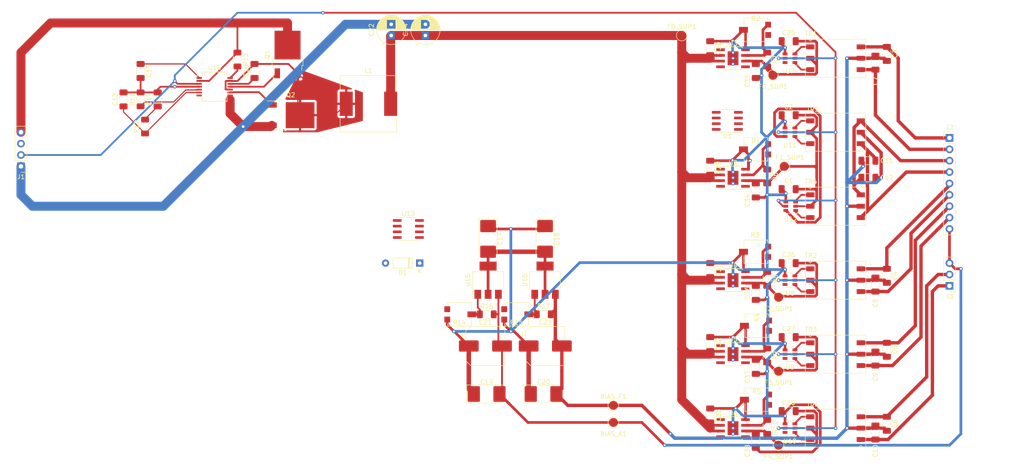
<source format=kicad_pcb>
(kicad_pcb (version 20171130) (host pcbnew "(5.1.7)-1")
  (layers (0 F.Cu signal) (31 B.Cu signal) (34 B.Paste user) (35 F.Paste user) (36 B.SilkS user) (37 F.SilkS user) (38 B.Mask user) (39 F.Mask user) (44 Edge.Cuts user))
  (net 0 "")
  (net 1 GND)
  (net 2 "Net-(C1-Pad2)")
  (net 3 Filament_Bias)
  (net 4 Filament_0_Out_A)
  (net 5 Filament_2_Out_A)
  (net 6 Filament_3_Out_A)
  (net 7 Filament_4_Out_A)
  (net 8 Filament_0_Out_B)
  (net 9 Filament_2_Out_B)
  (net 10 Filament_3_Out_B)
  (net 11 Filament_4_Out_B)
  (net 12 Filament_1_Out_B)
  (net 13 Filament_1_Out_A)
  (net 14 "Net-(C13-Pad1)")
  (net 15 "Net-(C14-Pad1)")
  (net 16 "Net-(C15-Pad1)")
  (net 17 "Net-(C16-Pad1)")
  (net 18 "Net-(C16-Pad2)")
  (net 19 "Net-(C17-Pad2)")
  (net 20 Grid_Anode_Bias)
  (net 21 FD_Supply)
  (net 22 "Net-(D1-Pad1)")
  (net 23 HV_Enable)
  (net 24 FD_Enable)
  (net 25 +12V_Protect)
  (net 26 "Net-(Q1-Pad1)")
  (net 27 "Net-(Q2-Pad1)")
  (net 28 "Net-(R1-Pad1)")
  (net 29 "Net-(R2-Pad1)")
  (net 30 "Net-(R3-Pad1)")
  (net 31 "Net-(R4-Pad1)")
  (net 32 "Net-(R10-Pad1)")
  (net 33 "Net-(R11-Pad1)")
  (net 34 "Net-(R13-Pad2)")
  (net 35 "Net-(R14-Pad2)")
  (net 36 "Net-(R15-Pad2)")
  (net 37 "Net-(TR1-Pad3)")
  (net 38 "Net-(TR1-Pad1)")
  (net 39 "Net-(TR2-Pad1)")
  (net 40 "Net-(TR2-Pad3)")
  (net 41 "Net-(TR3-Pad1)")
  (net 42 "Net-(TR3-Pad3)")
  (net 43 "Net-(TR5-Pad6)")
  (net 44 "Net-(TR5-Pad4)")
  (net 45 "Net-(TR6-Pad1)")
  (net 46 "Net-(TR6-Pad3)")
  (net 47 "Net-(U1-Pad1)")
  (net 48 "Net-(U1-Pad2)")
  (net 49 "Net-(U1-Pad3)")
  (net 50 "Net-(U1-Pad4)")
  (net 51 "Net-(U1-Pad5)")
  (net 52 "Net-(U1-Pad6)")
  (net 53 "Net-(U1-Pad7)")
  (net 54 "Net-(U1-Pad8)")
  (net 55 "Net-(U2-Pad5)")
  (net 56 "Net-(U2-Pad4)")
  (net 57 "Net-(U2-Pad1)")
  (net 58 "Net-(U3-Pad5)")
  (net 59 "Net-(U3-Pad4)")
  (net 60 "Net-(U3-Pad1)")
  (net 61 "Net-(U4-Pad1)")
  (net 62 "Net-(U4-Pad4)")
  (net 63 "Net-(U4-Pad5)")
  (net 64 "Net-(U5-Pad1)")
  (net 65 "Net-(U5-Pad4)")
  (net 66 "Net-(U5-Pad5)")
  (net 67 "Net-(U6-Pad1)")
  (net 68 "Net-(U6-Pad4)")
  (net 69 "Net-(U6-Pad5)")
  (net 70 "Net-(U11-Pad6)")
  (net 71 "Net-(U13-Pad8)")
  (net 72 "Net-(U13-Pad7)")
  (net 73 "Net-(U13-Pad6)")
  (net 74 "Net-(U13-Pad3)")
  (net 75 "Net-(U13-Pad2)")
  (net 76 "Net-(U13-Pad1)")
  (net 77 FD_FB)
  (net 78 "Net-(C25-Pad2)")
  (net 79 "Net-(C26-Pad2)")
  (net 80 "Net-(C27-Pad2)")
  (net 81 "Net-(C28-Pad2)")
  (net 82 "Net-(U7-Pad6)")
  (net 83 "Net-(U8-Pad6)")
  (net 84 "Net-(U9-Pad6)")
  (net 85 "Net-(U10-Pad6)")
  (net 86 "Net-(TR4-Pad6)")
  (net 87 "Net-(TR4-Pad4)")
  (module Capacitor_SMD:CP_Elec_8x10.5 (layer F.Cu) (at 146.725001 109.935001)
    (fp_text reference C21 (at 0 -5.3) (layer F.SilkS))
    (fp_text value EEE-FK1V151P)
    (pad 2 smd roundrect (at 3.7 0) (size 4.4 2.5) (layers F.Cu F.Paste F.Mask) (roundrect_rratio 0.1) (net 20 Grid_Anode_Bias))
    (pad 1 smd roundrect (at -3.7 0) (size 4.4 2.5) (layers F.Cu F.Paste F.Mask) (roundrect_rratio 0.1) (net 1 GND))
  )
  (module Capacitor_SMD:C_1206_3216Metric_Pad1.33x1.80mm_HandSolder (layer F.Cu) (at 196.85 70.1425 270)
    (fp_text reference C29 (at 0 -1.85 90) (layer F.SilkS))
    (fp_text value C1206C106M3PACTU)
    (pad 1 smd roundrect (at -1.5625 0 270) (size 1.325 1.8) (layers F.Cu F.Paste F.Mask) (roundrect_rratio 0.188679) (net 1 GND))
    (pad 2 smd roundrect (at 1.5625 0 270) (size 1.325 1.8) (layers F.Cu F.Paste F.Mask) (roundrect_rratio 0.188679) (net 21 FD_Supply))
  )
  (module Potentiometer_SMD:Potentiometer_Vishay_TS53YL_Vertical (layer F.Cu) (at 140.97 102.87 180)
    (fp_text reference R14 (at 0 -1.82) (layer F.SilkS))
    (fp_text value 2K)
    (pad 3 smd rect (at 2.75 1.15 180) (size 1.3 1.3) (layers F.Cu F.Paste F.Mask))
    (pad 2 smd rect (at -2.75 0 180) (size 2 1.3) (layers F.Cu F.Paste F.Mask) (net 35 "Net-(R14-Pad2)"))
    (pad 1 smd rect (at 2.75 -1.15 180) (size 1.3 1.3) (layers F.Cu F.Paste F.Mask) (net 1 GND))
  )
  (module Potentiometer_SMD:Potentiometer_Vishay_TS53YL_Vertical (layer F.Cu) (at 153.67 102.87 180)
    (fp_text reference R15 (at 0 -1.82 180) (layer F.SilkS))
    (fp_text value 2K)
    (pad 3 smd rect (at 2.75 1.15 180) (size 1.3 1.3) (layers F.Cu F.Paste F.Mask))
    (pad 2 smd rect (at -2.75 0 180) (size 2 1.3) (layers F.Cu F.Paste F.Mask) (net 36 "Net-(R15-Pad2)"))
    (pad 1 smd rect (at 2.75 -1.15 180) (size 1.3 1.3) (layers F.Cu F.Paste F.Mask) (net 1 GND))
  )
  (module Transformer_SMD:Transformer_Wuerth_750315371 (layer F.Cu) (at 224.79 62.23 180)
    (fp_text reference TR5 (at 5.08 5.08) (layer F.SilkS))
    (fp_text value Wuerth_750315371)
    (pad 6 smd roundrect (at 5.62 -2.54 180) (size 1.83 1.09) (layers F.Cu F.Paste F.Mask) (roundrect_rratio 0.05) (net 43 "Net-(TR5-Pad6)"))
    (pad 5 smd roundrect (at 5.62 0 180) (size 1.83 1.09) (layers F.Cu F.Paste F.Mask) (roundrect_rratio 0.05) (net 2 "Net-(C1-Pad2)"))
    (pad 4 smd roundrect (at 5.62 2.54 180) (size 1.83 1.09) (layers F.Cu F.Paste F.Mask) (roundrect_rratio 0.05) (net 44 "Net-(TR5-Pad4)"))
    (pad 3 smd roundrect (at -5.62 2.54 180) (size 1.83 1.09) (layers F.Cu F.Paste F.Mask) (roundrect_rratio 0.05) (net 13 Filament_1_Out_A))
    (pad 2 smd roundrect (at -5.62 0 180) (size 1.83 1.09) (layers F.Cu F.Paste F.Mask) (roundrect_rratio 0.05) (net 3 Filament_Bias))
    (pad 1 smd rect (at -5.62 -2.54 180) (size 1.83 1.09) (layers F.Cu F.Paste F.Mask) (net 12 Filament_1_Out_B))
  )
  (module Potentiometer_SMD:Potentiometer_Vishay_TS53YL_Vertical (layer F.Cu) (at 207.01 39.37)
    (fp_text reference R2 (at 0 -2.54) (layer F.SilkS))
    (fp_text value TS53YL104MR10)
    (pad 3 smd rect (at 2.75 1.15) (size 1.3 1.3) (layers F.Cu F.Paste F.Mask))
    (pad 2 smd rect (at -2.75 0) (size 2 1.3) (layers F.Cu F.Paste F.Mask) (net 1 GND))
    (pad 1 smd rect (at 2.75 -1.15) (size 1.3 1.3) (layers F.Cu F.Paste F.Mask) (net 29 "Net-(R2-Pad1)"))
  )
  (module Potentiometer_SMD:Potentiometer_Vishay_TS53YL_Vertical (layer F.Cu) (at 207.01 66.04)
    (fp_text reference R1 (at 0 -1.82) (layer F.SilkS))
    (fp_text value TS53YL104MR10)
    (pad 3 smd rect (at 2.75 1.15) (size 1.3 1.3) (layers F.Cu F.Paste F.Mask))
    (pad 2 smd rect (at -2.75 0) (size 2 1.3) (layers F.Cu F.Paste F.Mask) (net 1 GND))
    (pad 1 smd rect (at 2.75 -1.15) (size 1.3 1.3) (layers F.Cu F.Paste F.Mask) (net 28 "Net-(R1-Pad1)"))
  )
  (module Potentiometer_SMD:Potentiometer_Vishay_TS53YL_Vertical (layer F.Cu) (at 207.22 105.41)
    (fp_text reference R4 (at 0 -1.82 270) (layer F.SilkS))
    (fp_text value TS53YL104MR10)
    (pad 3 smd rect (at 2.75 1.15) (size 1.3 1.3) (layers F.Cu F.Paste F.Mask))
    (pad 2 smd rect (at -2.75 0) (size 2 1.3) (layers F.Cu F.Paste F.Mask) (net 1 GND))
    (pad 1 smd rect (at 2.75 -1.15) (size 1.3 1.3) (layers F.Cu F.Paste F.Mask) (net 31 "Net-(R4-Pad1)"))
  )
  (module Potentiometer_SMD:Potentiometer_Vishay_TS53YL_Vertical (layer F.Cu) (at 207.22 121.92)
    (fp_text reference R5 (at 0 -1.82 180) (layer F.SilkS))
    (fp_text value TS53YL104MR10)
    (pad 3 smd rect (at 2.75 1.15) (size 1.3 1.3) (layers F.Cu F.Paste F.Mask))
    (pad 2 smd rect (at -2.75 0) (size 2 1.3) (layers F.Cu F.Paste F.Mask) (net 1 GND))
    (pad 1 smd rect (at 2.75 -1.15) (size 1.3 1.3) (layers F.Cu F.Paste F.Mask) (net 32 "Net-(R10-Pad1)"))
  )
  (module Potentiometer_SMD:Potentiometer_Vishay_TS53YL_Vertical (layer F.Cu) (at 207.01 88.9)
    (fp_text reference R3 (at -0.175 -3.75) (layer F.SilkS))
    (fp_text value TS53YL104MR10)
    (pad 3 smd rect (at 2.75 1.15) (size 1.3 1.3) (layers F.Cu F.Paste F.Mask))
    (pad 2 smd rect (at -2.75 0) (size 2 1.3) (layers F.Cu F.Paste F.Mask) (net 1 GND))
    (pad 1 smd rect (at 2.75 -1.15) (size 1.3 1.3) (layers F.Cu F.Paste F.Mask) (net 30 "Net-(R3-Pad1)"))
  )
  (module Transformer_SMD:Transformer_Wuerth_750315371 (layer F.Cu) (at 224.79 95.25)
    (fp_text reference TR2 (at -5.5 -5.5) (layer F.SilkS))
    (fp_text value Wuerth_750315371)
    (pad 6 smd roundrect (at 5.62 -2.54) (size 1.83 1.09) (layers F.Cu F.Paste F.Mask) (roundrect_rratio 0.05) (net 5 Filament_2_Out_A))
    (pad 5 smd roundrect (at 5.62 0) (size 1.83 1.09) (layers F.Cu F.Paste F.Mask) (roundrect_rratio 0.05) (net 3 Filament_Bias))
    (pad 4 smd roundrect (at 5.62 2.54) (size 1.83 1.09) (layers F.Cu F.Paste F.Mask) (roundrect_rratio 0.05) (net 9 Filament_2_Out_B))
    (pad 3 smd roundrect (at -5.62 2.54) (size 1.83 1.09) (layers F.Cu F.Paste F.Mask) (roundrect_rratio 0.05) (net 40 "Net-(TR2-Pad3)"))
    (pad 2 smd roundrect (at -5.62 0) (size 1.83 1.09) (layers F.Cu F.Paste F.Mask) (roundrect_rratio 0.05) (net 79 "Net-(C26-Pad2)"))
    (pad 1 smd rect (at -5.62 -2.54) (size 1.83 1.09) (layers F.Cu F.Paste F.Mask) (net 39 "Net-(TR2-Pad1)"))
  )
  (module Capacitor_SMD:C_1206_3216Metric_Pad1.33x1.80mm_HandSolder (layer F.Cu) (at 214.3375 74.93)
    (fp_text reference C1 (at 0 -1.85) (layer F.SilkS))
    (fp_text value C1206C106M3PACTU)
    (pad 2 smd roundrect (at 1.5625 0) (size 1.325 1.8) (layers F.Cu F.Paste F.Mask) (roundrect_rratio 0.188679) (net 2 "Net-(C1-Pad2)"))
    (pad 1 smd roundrect (at -1.5625 0) (size 1.325 1.8) (layers F.Cu F.Paste F.Mask) (roundrect_rratio 0.188679) (net 1 GND))
  )
  (module Capacitor_SMD:C_1206_3216Metric_Pad1.33x1.80mm_HandSolder (layer F.Cu) (at 214.3375 58.42)
    (fp_text reference C2 (at 0 -1.85) (layer F.SilkS))
    (fp_text value C1206C106M3PACTU)
    (pad 2 smd roundrect (at 1.5625 0) (size 1.325 1.8) (layers F.Cu F.Paste F.Mask) (roundrect_rratio 0.188679) (net 2 "Net-(C1-Pad2)"))
    (pad 1 smd roundrect (at -1.5625 0) (size 1.325 1.8) (layers F.Cu F.Paste F.Mask) (roundrect_rratio 0.188679) (net 1 GND))
  )
  (module Capacitor_SMD:C_1206_3216Metric_Pad1.33x1.80mm_HandSolder (layer F.Cu) (at 236.22 44.7425 270)
    (fp_text reference C3 (at 0 -1.85 90) (layer F.SilkS))
    (fp_text value C1206C106M3PACTU)
    (pad 2 smd roundrect (at 1.5625 0 270) (size 1.325 1.8) (layers F.Cu F.Paste F.Mask) (roundrect_rratio 0.188679) (net 3 Filament_Bias))
    (pad 1 smd roundrect (at -1.5625 0 270) (size 1.325 1.8) (layers F.Cu F.Paste F.Mask) (roundrect_rratio 0.188679) (net 4 Filament_0_Out_A))
  )
  (module Capacitor_SMD:C_1206_3216Metric_Pad1.33x1.80mm_HandSolder (layer F.Cu) (at 236.22 94.2725 270)
    (fp_text reference C4 (at 0 -1.85 90) (layer F.SilkS))
    (fp_text value C1206C106M3PACTU)
    (pad 2 smd roundrect (at 1.5625 0 270) (size 1.325 1.8) (layers F.Cu F.Paste F.Mask) (roundrect_rratio 0.188679) (net 3 Filament_Bias))
    (pad 1 smd roundrect (at -1.5625 0 270) (size 1.325 1.8) (layers F.Cu F.Paste F.Mask) (roundrect_rratio 0.188679) (net 5 Filament_2_Out_A))
  )
  (module Capacitor_SMD:C_1206_3216Metric_Pad1.33x1.80mm_HandSolder (layer F.Cu) (at 236.22 110.7825 270)
    (fp_text reference C5 (at 0 -1.85 90) (layer F.SilkS))
    (fp_text value C1206C106M3PACTU)
    (pad 2 smd roundrect (at 1.5625 0 270) (size 1.325 1.8) (layers F.Cu F.Paste F.Mask) (roundrect_rratio 0.188679) (net 3 Filament_Bias))
    (pad 1 smd roundrect (at -1.5625 0 270) (size 1.325 1.8) (layers F.Cu F.Paste F.Mask) (roundrect_rratio 0.188679) (net 6 Filament_3_Out_A))
  )
  (module Capacitor_SMD:C_1206_3216Metric_Pad1.33x1.80mm_HandSolder (layer F.Cu) (at 236.22 127.2925 270)
    (fp_text reference C6 (at 0 -1.85 90) (layer F.SilkS))
    (fp_text value C1206C106M3PACTU)
    (pad 2 smd roundrect (at 1.5625 0 270) (size 1.325 1.8) (layers F.Cu F.Paste F.Mask) (roundrect_rratio 0.188679) (net 3 Filament_Bias))
    (pad 1 smd roundrect (at -1.5625 0 270) (size 1.325 1.8) (layers F.Cu F.Paste F.Mask) (roundrect_rratio 0.188679) (net 11 Filament_4_Out_B))
  )
  (module Capacitor_SMD:C_1206_3216Metric_Pad1.33x1.80mm_HandSolder (layer F.Cu) (at 233.68 46.6975 90)
    (fp_text reference C7 (at -4.1025 0 90) (layer F.SilkS))
    (fp_text value C1206C106M3PACTU)
    (pad 2 smd roundrect (at 1.5625 0 90) (size 1.325 1.8) (layers F.Cu F.Paste F.Mask) (roundrect_rratio 0.188679) (net 3 Filament_Bias))
    (pad 1 smd roundrect (at -1.5625 0 90) (size 1.325 1.8) (layers F.Cu F.Paste F.Mask) (roundrect_rratio 0.188679) (net 8 Filament_0_Out_B))
  )
  (module Capacitor_SMD:C_1206_3216Metric_Pad1.33x1.80mm_HandSolder (layer F.Cu) (at 233.68 96.2275 90)
    (fp_text reference C8 (at -4.1025 0 90) (layer F.SilkS))
    (fp_text value C1206C106M3PACTU)
    (pad 2 smd roundrect (at 1.5625 0 90) (size 1.325 1.8) (layers F.Cu F.Paste F.Mask) (roundrect_rratio 0.188679) (net 3 Filament_Bias))
    (pad 1 smd roundrect (at -1.5625 0 90) (size 1.325 1.8) (layers F.Cu F.Paste F.Mask) (roundrect_rratio 0.188679) (net 9 Filament_2_Out_B))
  )
  (module Capacitor_SMD:C_1206_3216Metric_Pad1.33x1.80mm_HandSolder (layer F.Cu) (at 233.68 112.7375 90)
    (fp_text reference C9 (at -4.1025 0 90) (layer F.SilkS))
    (fp_text value C1206C106M3PACTU)
    (pad 2 smd roundrect (at 1.5625 0 90) (size 1.325 1.8) (layers F.Cu F.Paste F.Mask) (roundrect_rratio 0.188679) (net 3 Filament_Bias))
    (pad 1 smd roundrect (at -1.5625 0 90) (size 1.325 1.8) (layers F.Cu F.Paste F.Mask) (roundrect_rratio 0.188679) (net 10 Filament_3_Out_B))
  )
  (module Capacitor_SMD:C_1206_3216Metric_Pad1.33x1.80mm_HandSolder (layer F.Cu) (at 233.68 129.2475 90)
    (fp_text reference C10 (at -4.1025 0 90) (layer F.SilkS))
    (fp_text value C1206C106M3PACTU)
    (pad 2 smd roundrect (at 1.5625 0 90) (size 1.325 1.8) (layers F.Cu F.Paste F.Mask) (roundrect_rratio 0.188679) (net 3 Filament_Bias))
    (pad 1 smd roundrect (at -1.5625 0 90) (size 1.325 1.8) (layers F.Cu F.Paste F.Mask) (roundrect_rratio 0.188679) (net 7 Filament_4_Out_A))
  )
  (module Capacitor_SMD:C_1206_3216Metric_Pad1.33x1.80mm_HandSolder (layer F.Cu) (at 232.1175 68.58)
    (fp_text reference C11 (at 4.1025 0) (layer F.SilkS))
    (fp_text value C1206C106M3PACTU)
    (pad 2 smd roundrect (at 1.5625 0) (size 1.325 1.8) (layers F.Cu F.Paste F.Mask) (roundrect_rratio 0.188679) (net 12 Filament_1_Out_B))
    (pad 1 smd roundrect (at -1.5625 0) (size 1.325 1.8) (layers F.Cu F.Paste F.Mask) (roundrect_rratio 0.188679) (net 3 Filament_Bias))
  )
  (module Capacitor_SMD:C_1206_3216Metric_Pad1.33x1.80mm_HandSolder (layer F.Cu) (at 232.1175 72.39 180)
    (fp_text reference C12 (at -4.1025 0) (layer F.SilkS))
    (fp_text value C1206C106M3PACTU)
    (pad 2 smd roundrect (at 1.5625 0 180) (size 1.325 1.8) (layers F.Cu F.Paste F.Mask) (roundrect_rratio 0.188679) (net 13 Filament_1_Out_A))
    (pad 1 smd roundrect (at -1.5625 0 180) (size 1.325 1.8) (layers F.Cu F.Paste F.Mask) (roundrect_rratio 0.188679) (net 3 Filament_Bias))
  )
  (module Capacitor_SMD:C_1206_3216Metric_Pad1.33x1.80mm_HandSolder (layer F.Cu) (at 66.04 54.9025 90)
    (fp_text reference C13 (at 0 -1.85 90) (layer F.SilkS))
    (fp_text value 12pF)
    (pad 2 smd roundrect (at 1.5625 0 90) (size 1.325 1.8) (layers F.Cu F.Paste F.Mask) (roundrect_rratio 0.188679) (net 1 GND))
    (pad 1 smd roundrect (at -1.5625 0 90) (size 1.325 1.8) (layers F.Cu F.Paste F.Mask) (roundrect_rratio 0.188679) (net 14 "Net-(C13-Pad1)"))
  )
  (module Capacitor_SMD:C_1206_3216Metric_Pad1.33x1.80mm_HandSolder (layer F.Cu) (at 73.66 54.9025 90)
    (fp_text reference C14 (at 0 -1.85 90) (layer F.SilkS))
    (fp_text value 15nF)
    (pad 2 smd roundrect (at 1.5625 0 90) (size 1.325 1.8) (layers F.Cu F.Paste F.Mask) (roundrect_rratio 0.188679) (net 1 GND))
    (pad 1 smd roundrect (at -1.5625 0 90) (size 1.325 1.8) (layers F.Cu F.Paste F.Mask) (roundrect_rratio 0.188679) (net 15 "Net-(C14-Pad1)"))
  )
  (module Capacitor_SMD:C_1206_3216Metric_Pad1.33x1.80mm_HandSolder (layer F.Cu) (at 69.85 48.5525 270)
    (fp_text reference C15 (at 0 -1.85 90) (layer F.SilkS))
    (fp_text value 1uF)
    (pad 2 smd roundrect (at 1.5625 0 270) (size 1.325 1.8) (layers F.Cu F.Paste F.Mask) (roundrect_rratio 0.188679) (net 1 GND))
    (pad 1 smd roundrect (at -1.5625 0 270) (size 1.325 1.8) (layers F.Cu F.Paste F.Mask) (roundrect_rratio 0.188679) (net 16 "Net-(C15-Pad1)"))
  )
  (module Capacitor_SMD:C_1206_3216Metric_Pad1.33x1.80mm_HandSolder (layer F.Cu) (at 95.25 48.5525 90)
    (fp_text reference C16 (at 0 -1.85 90) (layer F.SilkS))
    (fp_text value 270nF)
    (pad 2 smd roundrect (at 1.5625 0 90) (size 1.325 1.8) (layers F.Cu F.Paste F.Mask) (roundrect_rratio 0.188679) (net 18 "Net-(C16-Pad2)"))
    (pad 1 smd roundrect (at -1.5625 0 90) (size 1.325 1.8) (layers F.Cu F.Paste F.Mask) (roundrect_rratio 0.188679) (net 17 "Net-(C16-Pad1)"))
  )
  (module Capacitor_Tantalum_SMD:CP_EIA-7132-28_AVX-C_Pad2.72x3.50mm_HandSolder (layer F.Cu) (at 147.32 86.0375 270)
    (fp_text reference C17 (at 0 -2.7 90) (layer F.SilkS))
    (fp_text value 1uF)
    (pad 2 smd roundrect (at 2.8625 0 270) (size 2.725 3.5) (layers F.Cu F.Paste F.Mask) (roundrect_rratio 0.09174300000000001) (net 19 "Net-(C17-Pad2)"))
    (pad 1 smd roundrect (at -2.8625 0 270) (size 2.725 3.5) (layers F.Cu F.Paste F.Mask) (roundrect_rratio 0.09174300000000001) (net 1 GND))
  )
  (module Capacitor_Tantalum_SMD:CP_EIA-7132-28_AVX-C_Pad2.72x3.50mm_HandSolder (layer F.Cu) (at 160.02 86.0375 270)
    (fp_text reference C18 (at 0 -2.7 90) (layer F.SilkS))
    (fp_text value 1uF)
    (pad 2 smd roundrect (at 2.8625 0 270) (size 2.725 3.5) (layers F.Cu F.Paste F.Mask) (roundrect_rratio 0.09174300000000001) (net 19 "Net-(C17-Pad2)"))
    (pad 1 smd roundrect (at -2.8625 0 270) (size 2.725 3.5) (layers F.Cu F.Paste F.Mask) (roundrect_rratio 0.09174300000000001) (net 1 GND))
  )
  (module Capacitor_Tantalum_SMD:CP_EIA-7132-28_AVX-C_Pad2.72x3.50mm_HandSolder (layer F.Cu) (at 146.9975 120.65)
    (fp_text reference C19 (at 0 -2.7) (layer F.SilkS))
    (fp_text value 1uF)
    (pad 2 smd roundrect (at 2.8625 0) (size 2.725 3.5) (layers F.Cu F.Paste F.Mask) (roundrect_rratio 0.09174300000000001) (net 20 Grid_Anode_Bias))
    (pad 1 smd roundrect (at -2.8625 0) (size 2.725 3.5) (layers F.Cu F.Paste F.Mask) (roundrect_rratio 0.09174300000000001) (net 1 GND))
  )
  (module Capacitor_Tantalum_SMD:CP_EIA-7132-28_AVX-C_Pad2.72x3.50mm_HandSolder (layer F.Cu) (at 159.6975 120.65)
    (fp_text reference C20 (at 0 -2.7) (layer F.SilkS))
    (fp_text value 1uF)
    (pad 2 smd roundrect (at 2.8625 0) (size 2.725 3.5) (layers F.Cu F.Paste F.Mask) (roundrect_rratio 0.09174300000000001) (net 3 Filament_Bias))
    (pad 1 smd roundrect (at -2.8625 0) (size 2.725 3.5) (layers F.Cu F.Paste F.Mask) (roundrect_rratio 0.09174300000000001) (net 1 GND))
  )
  (module Capacitor_THT:CP_Radial_D6.3mm_P2.50mm (layer F.Cu) (at 125.73 40.64 90)
    (fp_text reference C22 (at 1.25 -4.4 90) (layer F.SilkS))
    (fp_text value 16SEPC100MW+S)
    (pad 2 thru_hole circle (at 2.5 0 90) (size 1.6 1.6) (drill 0.8) (layers *.Cu *.Mask) (net 1 GND))
    (pad 1 thru_hole rect (at 0 0 90) (size 1.6 1.6) (drill 0.8) (layers *.Cu *.Mask) (net 21 FD_Supply))
  )
  (module Capacitor_SMD:CP_Elec_8x10.5 (layer F.Cu) (at 160.075001 109.935001)
    (fp_text reference C23 (at 0 -5.3) (layer F.SilkS))
    (fp_text value EEE-FK1V151P)
    (pad 2 smd roundrect (at 3.7 0) (size 4.4 2.5) (layers F.Cu F.Paste F.Mask) (roundrect_rratio 0.1) (net 3 Filament_Bias))
    (pad 1 smd roundrect (at -3.7 0) (size 4.4 2.5) (layers F.Cu F.Paste F.Mask) (roundrect_rratio 0.1) (net 1 GND))
  )
  (module Capacitor_THT:CP_Radial_D6.3mm_P2.50mm (layer F.Cu) (at 133.35 40.64 90)
    (fp_text reference C24 (at 1.25 -4.4 90) (layer F.SilkS))
    (fp_text value 16SEPC100MW+S)
    (pad 2 thru_hole circle (at 2.5 0 90) (size 1.6 1.6) (drill 0.8) (layers *.Cu *.Mask) (net 1 GND))
    (pad 1 thru_hole rect (at 0 0 90) (size 1.6 1.6) (drill 0.8) (layers *.Cu *.Mask) (net 21 FD_Supply))
  )
  (module Diode_THT:D_DO-35_SOD27_P7.62mm_Horizontal (layer F.Cu) (at 132.08 91.44 180)
    (fp_text reference D1 (at 3.81 -2.12) (layer F.SilkS))
    (fp_text value 1N4148)
    (fp_text user K (at 0 -1.8) (layer F.SilkS))
    (pad 2 thru_hole oval (at 7.62 0 180) (size 1.6 1.6) (drill 0.8) (layers *.Cu *.Mask) (net 23 HV_Enable))
    (pad 1 thru_hole rect (at 0 0 180) (size 1.6 1.6) (drill 0.8) (layers *.Cu *.Mask) (net 22 "Net-(D1-Pad1)"))
  )
  (module Connector_PinHeader_2.54mm:PinHeader_1x04_P2.54mm_Vertical (layer F.Cu) (at 43.18 69.85 180)
    (fp_text reference J1 (at 0 -2.33) (layer F.SilkS))
    (fp_text value Conn_01x04)
    (pad 4 thru_hole oval (at 0 7.62 180) (size 1.7 1.7) (drill 1) (layers *.Cu *.Mask) (net 25 +12V_Protect))
    (pad 3 thru_hole oval (at 0 5.08 180) (size 1.7 1.7) (drill 1) (layers *.Cu *.Mask) (net 23 HV_Enable))
    (pad 2 thru_hole oval (at 0 2.54 180) (size 1.7 1.7) (drill 1) (layers *.Cu *.Mask) (net 24 FD_Enable))
    (pad 1 thru_hole rect (at 0 0 180) (size 1.7 1.7) (drill 1) (layers *.Cu *.Mask) (net 1 GND))
  )
  (module Connector_PinHeader_2.54mm:PinHeader_1x09_P2.54mm_Vertical (layer F.Cu) (at 250.19 63.5)
    (fp_text reference J2 (at 0 -2.33) (layer F.SilkS))
    (fp_text value Conn_01x9)
    (pad 9 thru_hole oval (at 0 20.32) (size 1.7 1.7) (drill 1) (layers *.Cu *.Mask) (net 20 Grid_Anode_Bias))
    (pad 8 thru_hole oval (at 0 17.78) (size 1.7 1.7) (drill 1) (layers *.Cu *.Mask) (net 10 Filament_3_Out_B))
    (pad 7 thru_hole oval (at 0 15.24) (size 1.7 1.7) (drill 1) (layers *.Cu *.Mask) (net 6 Filament_3_Out_A))
    (pad 6 thru_hole oval (at 0 12.7) (size 1.7 1.7) (drill 1) (layers *.Cu *.Mask) (net 9 Filament_2_Out_B))
    (pad 5 thru_hole oval (at 0 10.16) (size 1.7 1.7) (drill 1) (layers *.Cu *.Mask) (net 5 Filament_2_Out_A))
    (pad 4 thru_hole oval (at 0 7.62) (size 1.7 1.7) (drill 1) (layers *.Cu *.Mask) (net 12 Filament_1_Out_B))
    (pad 3 thru_hole oval (at 0 5.08) (size 1.7 1.7) (drill 1) (layers *.Cu *.Mask) (net 13 Filament_1_Out_A))
    (pad 2 thru_hole oval (at 0 2.54) (size 1.7 1.7) (drill 1) (layers *.Cu *.Mask) (net 8 Filament_0_Out_B))
    (pad 1 thru_hole rect (at 0 0) (size 1.7 1.7) (drill 1) (layers *.Cu *.Mask) (net 4 Filament_0_Out_A))
  )
  (module Connector_PinHeader_2.54mm:PinHeader_1x03_P2.54mm_Vertical (layer F.Cu) (at 250.19 96.52 180)
    (fp_text reference J3 (at 0 -2.33) (layer F.SilkS))
    (fp_text value Conn_01x03)
    (pad 3 thru_hole oval (at 0 5.08 180) (size 1.7 1.7) (drill 1) (layers *.Cu *.Mask) (net 20 Grid_Anode_Bias))
    (pad 2 thru_hole oval (at 0 2.54 180) (size 1.7 1.7) (drill 1) (layers *.Cu *.Mask) (net 11 Filament_4_Out_B))
    (pad 1 thru_hole rect (at 0 0 180) (size 1.7 1.7) (drill 1) (layers *.Cu *.Mask) (net 7 Filament_4_Out_A))
  )
  (module Inductor_SMD:L_12x12mm_H8mm (layer F.Cu) (at 120.65 55.88)
    (fp_text reference L1 (at 0 -7.4) (layer F.SilkS))
    (fp_text value 5.6uH)
    (pad 2 smd rect (at 4.95 0) (size 2.9 5.4) (layers F.Cu F.Paste F.Mask) (net 21 FD_Supply))
    (pad 1 smd rect (at -4.95 0) (size 2.9 5.4) (layers F.Cu F.Paste F.Mask) (net 18 "Net-(C16-Pad2)"))
  )
  (module Package_TO_SOT_SMD:TO-252-2 (layer F.Cu) (at 102.615 44.875 90)
    (fp_text reference Q1 (at 0 -4.5 90) (layer F.SilkS))
    (fp_text value IPD50N06S4L-12)
    (pad 2 smd rect (at 2.1 0 90) (size 6.4 5.8) (layers F.Cu F.Mask) (net 25 +12V_Protect))
    (pad 3 smd rect (at -4.2 2.28 90) (size 2.2 1.2) (layers F.Cu F.Paste F.Mask) (net 18 "Net-(C16-Pad2)"))
    (pad 1 smd rect (at -4.2 -2.28 90) (size 2.2 1.2) (layers F.Cu F.Paste F.Mask) (net 26 "Net-(Q1-Pad1)"))
  )
  (module Package_TO_SOT_SMD:TO-252-2 (layer F.Cu) (at 103.31 58.42)
    (fp_text reference Q2 (at 0 -4.5) (layer F.SilkS))
    (fp_text value IPD50N06S4L-12)
    (pad 2 smd rect (at 2.1 0) (size 6.4 5.8) (layers F.Cu F.Mask) (net 18 "Net-(C16-Pad2)"))
    (pad 3 smd rect (at -4.2 2.28) (size 2.2 1.2) (layers F.Cu F.Paste F.Mask) (net 1 GND))
    (pad 1 smd rect (at -4.2 -2.28) (size 2.2 1.2) (layers F.Cu F.Paste F.Mask) (net 27 "Net-(Q2-Pad1)"))
  )
  (module Resistor_SMD:R_1206_3216Metric_Pad1.30x1.75mm_HandSolder (layer F.Cu) (at 209.55 72.11 270)
    (fp_text reference R6 (at 0 -1.82 90) (layer F.SilkS))
    (fp_text value "10K 1%")
    (pad 2 smd roundrect (at 1.55 0 270) (size 1.3 1.75) (layers F.Cu F.Paste F.Mask) (roundrect_rratio 0.192308) (net 2 "Net-(C1-Pad2)"))
    (pad 1 smd roundrect (at -1.55 0 270) (size 1.3 1.75) (layers F.Cu F.Paste F.Mask) (roundrect_rratio 0.192308) (net 28 "Net-(R1-Pad1)"))
  )
  (module Resistor_SMD:R_1206_3216Metric_Pad1.30x1.75mm_HandSolder (layer F.Cu) (at 209.55 46 270)
    (fp_text reference R7 (at 0 -1.82 90) (layer F.SilkS))
    (fp_text value "30K 1%")
    (pad 2 smd roundrect (at 1.55 0 270) (size 1.3 1.75) (layers F.Cu F.Paste F.Mask) (roundrect_rratio 0.192308) (net 78 "Net-(C25-Pad2)"))
    (pad 1 smd roundrect (at -1.55 0 270) (size 1.3 1.75) (layers F.Cu F.Paste F.Mask) (roundrect_rratio 0.192308) (net 29 "Net-(R2-Pad1)"))
  )
  (module Resistor_SMD:R_1206_3216Metric_Pad1.30x1.75mm_HandSolder (layer F.Cu) (at 209.55 94.97 270)
    (fp_text reference R8 (at 0 -1.82 90) (layer F.SilkS))
    (fp_text value "30K 1%")
    (pad 2 smd roundrect (at 1.55 0 270) (size 1.3 1.75) (layers F.Cu F.Paste F.Mask) (roundrect_rratio 0.192308) (net 79 "Net-(C26-Pad2)"))
    (pad 1 smd roundrect (at -1.55 0 270) (size 1.3 1.75) (layers F.Cu F.Paste F.Mask) (roundrect_rratio 0.192308) (net 30 "Net-(R3-Pad1)"))
  )
  (module Resistor_SMD:R_1206_3216Metric_Pad1.30x1.75mm_HandSolder (layer F.Cu) (at 209.55 112.04 270)
    (fp_text reference R9 (at 0 -1.82 90) (layer F.SilkS))
    (fp_text value "30K 1%")
    (pad 2 smd roundrect (at 1.55 0 270) (size 1.3 1.75) (layers F.Cu F.Paste F.Mask) (roundrect_rratio 0.192308) (net 80 "Net-(C27-Pad2)"))
    (pad 1 smd roundrect (at -1.55 0 270) (size 1.3 1.75) (layers F.Cu F.Paste F.Mask) (roundrect_rratio 0.192308) (net 31 "Net-(R4-Pad1)"))
  )
  (module Resistor_SMD:R_1206_3216Metric_Pad1.30x1.75mm_HandSolder (layer F.Cu) (at 209.55 127.99 270)
    (fp_text reference R10 (at 0 -1.82 90) (layer F.SilkS))
    (fp_text value "30K 1%")
    (pad 2 smd roundrect (at 1.55 0 270) (size 1.3 1.75) (layers F.Cu F.Paste F.Mask) (roundrect_rratio 0.192308) (net 81 "Net-(C28-Pad2)"))
    (pad 1 smd roundrect (at -1.55 0 270) (size 1.3 1.75) (layers F.Cu F.Paste F.Mask) (roundrect_rratio 0.192308) (net 32 "Net-(R10-Pad1)"))
  )
  (module Resistor_SMD:R_1206_3216Metric_Pad1.30x1.75mm_HandSolder (layer F.Cu) (at 69.85 54.89 90)
    (fp_text reference R11 (at 0 -1.82 90) (layer F.SilkS))
    (fp_text value "20k 1%")
    (pad 2 smd roundrect (at 1.55 0 90) (size 1.3 1.75) (layers F.Cu F.Paste F.Mask) (roundrect_rratio 0.192308) (net 1 GND))
    (pad 1 smd roundrect (at -1.55 0 90) (size 1.3 1.75) (layers F.Cu F.Paste F.Mask) (roundrect_rratio 0.192308) (net 33 "Net-(R11-Pad1)"))
  )
  (module Resistor_SMD:R_1206_3216Metric_Pad1.30x1.75mm_HandSolder (layer F.Cu) (at 70.84 60.96 90)
    (fp_text reference R12 (at 0 -1.82 90) (layer F.SilkS))
    (fp_text value "6.65k 1%")
    (pad 2 smd roundrect (at 1.55 0 90) (size 1.3 1.75) (layers F.Cu F.Paste F.Mask) (roundrect_rratio 0.192308) (net 15 "Net-(C14-Pad1)"))
    (pad 1 smd roundrect (at -1.55 0 90) (size 1.3 1.75) (layers F.Cu F.Paste F.Mask) (roundrect_rratio 0.192308) (net 14 "Net-(C13-Pad1)"))
  )
  (module Resistor_SMD:R_1206_3216Metric_Pad1.30x1.75mm_HandSolder (layer F.Cu) (at 91.44 46 270)
    (fp_text reference R13 (at 0 -1.82 90) (layer F.SilkS))
    (fp_text value "1k 1%")
    (pad 2 smd roundrect (at 1.55 0 270) (size 1.3 1.75) (layers F.Cu F.Paste F.Mask) (roundrect_rratio 0.192308) (net 34 "Net-(R13-Pad2)"))
    (pad 1 smd roundrect (at -1.55 0 270) (size 1.3 1.75) (layers F.Cu F.Paste F.Mask) (roundrect_rratio 0.192308) (net 25 +12V_Protect))
  )
  (module Resistor_SMD:R_1206_3216Metric_Pad1.30x1.75mm_HandSolder (layer F.Cu) (at 147.04 102.87)
    (fp_text reference R16 (at 0 -1.82) (layer F.SilkS))
    (fp_text value 120R)
    (pad 2 smd roundrect (at 1.55 0) (size 1.3 1.75) (layers F.Cu F.Paste F.Mask) (roundrect_rratio 0.192308) (net 20 Grid_Anode_Bias))
    (pad 1 smd roundrect (at -1.55 0) (size 1.3 1.75) (layers F.Cu F.Paste F.Mask) (roundrect_rratio 0.192308) (net 35 "Net-(R14-Pad2)"))
  )
  (module Resistor_SMD:R_1206_3216Metric_Pad1.30x1.75mm_HandSolder (layer F.Cu) (at 159.74 102.87)
    (fp_text reference R17 (at 0 -1.82) (layer F.SilkS))
    (fp_text value 120R)
    (pad 2 smd roundrect (at 1.55 0) (size 1.3 1.75) (layers F.Cu F.Paste F.Mask) (roundrect_rratio 0.192308) (net 3 Filament_Bias))
    (pad 1 smd roundrect (at -1.55 0) (size 1.3 1.75) (layers F.Cu F.Paste F.Mask) (roundrect_rratio 0.192308) (net 36 "Net-(R15-Pad2)"))
  )
  (module Transformer_SMD:Transformer_Wuerth_750315371 (layer F.Cu) (at 224.79 45.72)
    (fp_text reference TR1 (at -5.5 -5.5) (layer F.SilkS))
    (fp_text value Wuerth_750315371)
    (pad 6 smd roundrect (at 5.62 -2.54) (size 1.83 1.09) (layers F.Cu F.Paste F.Mask) (roundrect_rratio 0.05) (net 4 Filament_0_Out_A))
    (pad 5 smd roundrect (at 5.62 0) (size 1.83 1.09) (layers F.Cu F.Paste F.Mask) (roundrect_rratio 0.05) (net 3 Filament_Bias))
    (pad 4 smd roundrect (at 5.62 2.54) (size 1.83 1.09) (layers F.Cu F.Paste F.Mask) (roundrect_rratio 0.05) (net 8 Filament_0_Out_B))
    (pad 3 smd roundrect (at -5.62 2.54) (size 1.83 1.09) (layers F.Cu F.Paste F.Mask) (roundrect_rratio 0.05) (net 37 "Net-(TR1-Pad3)"))
    (pad 2 smd roundrect (at -5.62 0) (size 1.83 1.09) (layers F.Cu F.Paste F.Mask) (roundrect_rratio 0.05) (net 78 "Net-(C25-Pad2)"))
    (pad 1 smd rect (at -5.62 -2.54) (size 1.83 1.09) (layers F.Cu F.Paste F.Mask) (net 38 "Net-(TR1-Pad1)"))
  )
  (module Transformer_SMD:Transformer_Wuerth_750315371 (layer F.Cu) (at 224.79 111.76)
    (fp_text reference TR3 (at -5.5 -5.5) (layer F.SilkS))
    (fp_text value Wuerth_750315371)
    (pad 6 smd roundrect (at 5.62 -2.54) (size 1.83 1.09) (layers F.Cu F.Paste F.Mask) (roundrect_rratio 0.05) (net 6 Filament_3_Out_A))
    (pad 5 smd roundrect (at 5.62 0) (size 1.83 1.09) (layers F.Cu F.Paste F.Mask) (roundrect_rratio 0.05) (net 3 Filament_Bias))
    (pad 4 smd roundrect (at 5.62 2.54) (size 1.83 1.09) (layers F.Cu F.Paste F.Mask) (roundrect_rratio 0.05) (net 10 Filament_3_Out_B))
    (pad 3 smd roundrect (at -5.62 2.54) (size 1.83 1.09) (layers F.Cu F.Paste F.Mask) (roundrect_rratio 0.05) (net 42 "Net-(TR3-Pad3)"))
    (pad 2 smd roundrect (at -5.62 0) (size 1.83 1.09) (layers F.Cu F.Paste F.Mask) (roundrect_rratio 0.05) (net 80 "Net-(C27-Pad2)"))
    (pad 1 smd rect (at -5.62 -2.54) (size 1.83 1.09) (layers F.Cu F.Paste F.Mask) (net 41 "Net-(TR3-Pad1)"))
  )
  (module Transformer_SMD:Transformer_Wuerth_750315371 (layer F.Cu) (at 224.79 128.27 180)
    (fp_text reference TR4 (at 5.08 5.08) (layer F.SilkS))
    (fp_text value Wuerth_750315371)
    (pad 6 smd roundrect (at 5.62 -2.54 180) (size 1.83 1.09) (layers F.Cu F.Paste F.Mask) (roundrect_rratio 0.05) (net 86 "Net-(TR4-Pad6)"))
    (pad 5 smd roundrect (at 5.62 0 180) (size 1.83 1.09) (layers F.Cu F.Paste F.Mask) (roundrect_rratio 0.05) (net 81 "Net-(C28-Pad2)"))
    (pad 4 smd roundrect (at 5.62 2.54 180) (size 1.83 1.09) (layers F.Cu F.Paste F.Mask) (roundrect_rratio 0.05) (net 87 "Net-(TR4-Pad4)"))
    (pad 3 smd roundrect (at -5.62 2.54 180) (size 1.83 1.09) (layers F.Cu F.Paste F.Mask) (roundrect_rratio 0.05) (net 11 Filament_4_Out_B))
    (pad 2 smd roundrect (at -5.62 0 180) (size 1.83 1.09) (layers F.Cu F.Paste F.Mask) (roundrect_rratio 0.05) (net 3 Filament_Bias))
    (pad 1 smd rect (at -5.62 -2.54 180) (size 1.83 1.09) (layers F.Cu F.Paste F.Mask) (net 7 Filament_4_Out_A))
  )
  (module Transformer_SMD:Transformer_Wuerth_750315371 (layer F.Cu) (at 224.79 78.74)
    (fp_text reference TR6 (at -5.5 -5.5) (layer F.SilkS))
    (fp_text value Wuerth_750315371)
    (pad 6 smd roundrect (at 5.62 -2.54) (size 1.83 1.09) (layers F.Cu F.Paste F.Mask) (roundrect_rratio 0.05) (net 13 Filament_1_Out_A))
    (pad 5 smd roundrect (at 5.62 0) (size 1.83 1.09) (layers F.Cu F.Paste F.Mask) (roundrect_rratio 0.05) (net 3 Filament_Bias))
    (pad 4 smd roundrect (at 5.62 2.54) (size 1.83 1.09) (layers F.Cu F.Paste F.Mask) (roundrect_rratio 0.05) (net 12 Filament_1_Out_B))
    (pad 3 smd roundrect (at -5.62 2.54) (size 1.83 1.09) (layers F.Cu F.Paste F.Mask) (roundrect_rratio 0.05) (net 46 "Net-(TR6-Pad3)"))
    (pad 2 smd roundrect (at -5.62 0) (size 1.83 1.09) (layers F.Cu F.Paste F.Mask) (roundrect_rratio 0.05) (net 2 "Net-(C1-Pad2)"))
    (pad 1 smd rect (at -5.62 -2.54) (size 1.83 1.09) (layers F.Cu F.Paste F.Mask) (net 45 "Net-(TR6-Pad1)"))
  )
  (module Package_SO:SOIC-8_3.9x4.9mm_P1.27mm (layer F.Cu) (at 200.66 59.69 180)
    (fp_text reference U1 (at 0 -3.4) (layer F.SilkS))
    (fp_text value LM555xM)
    (pad 8 smd roundrect (at 2.475 -1.905 180) (size 1.95 0.6) (layers F.Cu F.Paste F.Mask) (net 54 "Net-(U1-Pad8)"))
    (pad 7 smd roundrect (at 2.475 -0.635 180) (size 1.95 0.6) (layers F.Cu F.Paste F.Mask) (net 53 "Net-(U1-Pad7)"))
    (pad 6 smd roundrect (at 2.475 0.635 180) (size 1.95 0.6) (layers F.Cu F.Paste F.Mask) (net 52 "Net-(U1-Pad6)"))
    (pad 5 smd roundrect (at 2.475 1.905 180) (size 1.95 0.6) (layers F.Cu F.Paste F.Mask) (net 51 "Net-(U1-Pad5)"))
    (pad 4 smd roundrect (at -2.475 1.905 180) (size 1.95 0.6) (layers F.Cu F.Paste F.Mask) (net 50 "Net-(U1-Pad4)"))
    (pad 3 smd roundrect (at -2.475 0.635 180) (size 1.95 0.6) (layers F.Cu F.Paste F.Mask) (net 49 "Net-(U1-Pad3)"))
    (pad 2 smd roundrect (at -2.475 -0.635 180) (size 1.95 0.6) (layers F.Cu F.Paste F.Mask) (net 48 "Net-(U1-Pad2)"))
    (pad 1 smd roundrect (at -2.475 -1.905 180) (size 1.95 0.6) (layers F.Cu F.Paste F.Mask) (net 47 "Net-(U1-Pad1)"))
  )
  (module Package_SO:TI_SO-PowerPAD-8 (layer F.Cu) (at 201.93 72.39)
    (fp_text reference U2 (at 0 -3.3) (layer F.SilkS))
    (fp_text value TPS7A7001DDA)
    (pad 9 smd rect (at -0.6025 -0.775) (size 1.205 1.55) (layers F.Cu F.Paste F.Mask) (net 1 GND))
    (pad 9 smd rect (at -0.6025 0.775) (size 1.205 1.55) (layers F.Cu F.Paste F.Mask) (net 1 GND))
    (pad 9 smd rect (at 0.6025 -0.775) (size 1.205 1.55) (layers F.Cu F.Paste F.Mask) (net 1 GND))
    (pad 9 smd rect (at 0.6025 0.775) (size 1.205 1.55) (layers F.Cu F.Paste F.Mask) (net 1 GND))
    (pad 8 smd rect (at 2.78 -1.905) (size 1.91 0.61) (layers F.Cu F.Paste F.Mask) (net 1 GND))
    (pad 7 smd rect (at 2.78 -0.635) (size 1.91 0.61) (layers F.Cu F.Paste F.Mask) (net 28 "Net-(R1-Pad1)"))
    (pad 6 smd rect (at 2.78 0.635) (size 1.91 0.61) (layers F.Cu F.Paste F.Mask) (net 2 "Net-(C1-Pad2)"))
    (pad 5 smd rect (at 2.78 1.905) (size 1.91 0.61) (layers F.Cu F.Paste F.Mask) (net 55 "Net-(U2-Pad5)"))
    (pad 4 smd rect (at -2.78 1.905) (size 1.91 0.61) (layers F.Cu F.Paste F.Mask) (net 56 "Net-(U2-Pad4)"))
    (pad 3 smd rect (at -2.78 0.635) (size 1.91 0.61) (layers F.Cu F.Paste F.Mask) (net 21 FD_Supply))
    (pad 2 smd rect (at -2.78 -0.635) (size 1.91 0.61) (layers F.Cu F.Paste F.Mask) (net 21 FD_Supply))
    (pad 1 smd rect (at -2.78 -1.905) (size 1.91 0.61) (layers F.Cu F.Paste F.Mask) (net 57 "Net-(U2-Pad1)"))
  )
  (module Package_SO:TI_SO-PowerPAD-8 (layer F.Cu) (at 201.93 45.72)
    (fp_text reference U3 (at 0 -3.3) (layer F.SilkS))
    (fp_text value TPS7A7001DDA)
    (pad 9 smd rect (at -0.6025 -0.775) (size 1.205 1.55) (layers F.Cu F.Paste F.Mask) (net 1 GND))
    (pad 9 smd rect (at -0.6025 0.775) (size 1.205 1.55) (layers F.Cu F.Paste F.Mask) (net 1 GND))
    (pad 9 smd rect (at 0.6025 -0.775) (size 1.205 1.55) (layers F.Cu F.Paste F.Mask) (net 1 GND))
    (pad 9 smd rect (at 0.6025 0.775) (size 1.205 1.55) (layers F.Cu F.Paste F.Mask) (net 1 GND))
    (pad 8 smd rect (at 2.78 -1.905) (size 1.91 0.61) (layers F.Cu F.Paste F.Mask) (net 1 GND))
    (pad 7 smd rect (at 2.78 -0.635) (size 1.91 0.61) (layers F.Cu F.Paste F.Mask) (net 29 "Net-(R2-Pad1)"))
    (pad 6 smd rect (at 2.78 0.635) (size 1.91 0.61) (layers F.Cu F.Paste F.Mask) (net 78 "Net-(C25-Pad2)"))
    (pad 5 smd rect (at 2.78 1.905) (size 1.91 0.61) (layers F.Cu F.Paste F.Mask) (net 58 "Net-(U3-Pad5)"))
    (pad 4 smd rect (at -2.78 1.905) (size 1.91 0.61) (layers F.Cu F.Paste F.Mask) (net 59 "Net-(U3-Pad4)"))
    (pad 3 smd rect (at -2.78 0.635) (size 1.91 0.61) (layers F.Cu F.Paste F.Mask) (net 21 FD_Supply))
    (pad 2 smd rect (at -2.78 -0.635) (size 1.91 0.61) (layers F.Cu F.Paste F.Mask) (net 21 FD_Supply))
    (pad 1 smd rect (at -2.78 -1.905) (size 1.91 0.61) (layers F.Cu F.Paste F.Mask) (net 60 "Net-(U3-Pad1)"))
  )
  (module Package_SO:TI_SO-PowerPAD-8 (layer F.Cu) (at 201.93 95.25)
    (fp_text reference U4 (at 0 -3.3) (layer F.SilkS))
    (fp_text value TPS7A7001DDA)
    (pad 9 smd rect (at -0.6025 -0.775) (size 1.205 1.55) (layers F.Cu F.Paste F.Mask) (net 1 GND))
    (pad 9 smd rect (at -0.6025 0.775) (size 1.205 1.55) (layers F.Cu F.Paste F.Mask) (net 1 GND))
    (pad 9 smd rect (at 0.6025 -0.775) (size 1.205 1.55) (layers F.Cu F.Paste F.Mask) (net 1 GND))
    (pad 9 smd rect (at 0.6025 0.775) (size 1.205 1.55) (layers F.Cu F.Paste F.Mask) (net 1 GND))
    (pad 8 smd rect (at 2.78 -1.905) (size 1.91 0.61) (layers F.Cu F.Paste F.Mask) (net 1 GND))
    (pad 7 smd rect (at 2.78 -0.635) (size 1.91 0.61) (layers F.Cu F.Paste F.Mask) (net 30 "Net-(R3-Pad1)"))
    (pad 6 smd rect (at 2.78 0.635) (size 1.91 0.61) (layers F.Cu F.Paste F.Mask) (net 79 "Net-(C26-Pad2)"))
    (pad 5 smd rect (at 2.78 1.905) (size 1.91 0.61) (layers F.Cu F.Paste F.Mask) (net 63 "Net-(U4-Pad5)"))
    (pad 4 smd rect (at -2.78 1.905) (size 1.91 0.61) (layers F.Cu F.Paste F.Mask) (net 62 "Net-(U4-Pad4)"))
    (pad 3 smd rect (at -2.78 0.635) (size 1.91 0.61) (layers F.Cu F.Paste F.Mask) (net 21 FD_Supply))
    (pad 2 smd rect (at -2.78 -0.635) (size 1.91 0.61) (layers F.Cu F.Paste F.Mask) (net 21 FD_Supply))
    (pad 1 smd rect (at -2.78 -1.905) (size 1.91 0.61) (layers F.Cu F.Paste F.Mask) (net 61 "Net-(U4-Pad1)"))
  )
  (module Package_SO:TI_SO-PowerPAD-8 (layer F.Cu) (at 201.93 111.76)
    (fp_text reference U5 (at 0 -3.3) (layer F.SilkS))
    (fp_text value TPS7A7001DDA)
    (pad 9 smd rect (at -0.6025 -0.775) (size 1.205 1.55) (layers F.Cu F.Paste F.Mask) (net 1 GND))
    (pad 9 smd rect (at -0.6025 0.775) (size 1.205 1.55) (layers F.Cu F.Paste F.Mask) (net 1 GND))
    (pad 9 smd rect (at 0.6025 -0.775) (size 1.205 1.55) (layers F.Cu F.Paste F.Mask) (net 1 GND))
    (pad 9 smd rect (at 0.6025 0.775) (size 1.205 1.55) (layers F.Cu F.Paste F.Mask) (net 1 GND))
    (pad 8 smd rect (at 2.78 -1.905) (size 1.91 0.61) (layers F.Cu F.Paste F.Mask) (net 1 GND))
    (pad 7 smd rect (at 2.78 -0.635) (size 1.91 0.61) (layers F.Cu F.Paste F.Mask) (net 31 "Net-(R4-Pad1)"))
    (pad 6 smd rect (at 2.78 0.635) (size 1.91 0.61) (layers F.Cu F.Paste F.Mask) (net 80 "Net-(C27-Pad2)"))
    (pad 5 smd rect (at 2.78 1.905) (size 1.91 0.61) (layers F.Cu F.Paste F.Mask) (net 66 "Net-(U5-Pad5)"))
    (pad 4 smd rect (at -2.78 1.905) (size 1.91 0.61) (layers F.Cu F.Paste F.Mask) (net 65 "Net-(U5-Pad4)"))
    (pad 3 smd rect (at -2.78 0.635) (size 1.91 0.61) (layers F.Cu F.Paste F.Mask) (net 21 FD_Supply))
    (pad 2 smd rect (at -2.78 -0.635) (size 1.91 0.61) (layers F.Cu F.Paste F.Mask) (net 21 FD_Supply))
    (pad 1 smd rect (at -2.78 -1.905) (size 1.91 0.61) (layers F.Cu F.Paste F.Mask) (net 64 "Net-(U5-Pad1)"))
  )
  (module Package_SO:TI_SO-PowerPAD-8 (layer F.Cu) (at 201.93 128.27)
    (fp_text reference U6 (at 0 -3.3) (layer F.SilkS))
    (fp_text value TPS7A7001DDA)
    (pad 9 smd rect (at -0.6025 -0.775) (size 1.205 1.55) (layers F.Cu F.Paste F.Mask) (net 1 GND))
    (pad 9 smd rect (at -0.6025 0.775) (size 1.205 1.55) (layers F.Cu F.Paste F.Mask) (net 1 GND))
    (pad 9 smd rect (at 0.6025 -0.775) (size 1.205 1.55) (layers F.Cu F.Paste F.Mask) (net 1 GND))
    (pad 9 smd rect (at 0.6025 0.775) (size 1.205 1.55) (layers F.Cu F.Paste F.Mask) (net 1 GND))
    (pad 8 smd rect (at 2.78 -1.905) (size 1.91 0.61) (layers F.Cu F.Paste F.Mask) (net 1 GND))
    (pad 7 smd rect (at 2.78 -0.635) (size 1.91 0.61) (layers F.Cu F.Paste F.Mask) (net 32 "Net-(R10-Pad1)"))
    (pad 6 smd rect (at 2.78 0.635) (size 1.91 0.61) (layers F.Cu F.Paste F.Mask) (net 81 "Net-(C28-Pad2)"))
    (pad 5 smd rect (at 2.78 1.905) (size 1.91 0.61) (layers F.Cu F.Paste F.Mask) (net 69 "Net-(U6-Pad5)"))
    (pad 4 smd rect (at -2.78 1.905) (size 1.91 0.61) (layers F.Cu F.Paste F.Mask) (net 68 "Net-(U6-Pad4)"))
    (pad 3 smd rect (at -2.78 0.635) (size 1.91 0.61) (layers F.Cu F.Paste F.Mask) (net 21 FD_Supply))
    (pad 2 smd rect (at -2.78 -0.635) (size 1.91 0.61) (layers F.Cu F.Paste F.Mask) (net 21 FD_Supply))
    (pad 1 smd rect (at -2.78 -1.905) (size 1.91 0.61) (layers F.Cu F.Paste F.Mask) (net 67 "Net-(U6-Pad1)"))
  )
  (module Package_TO_SOT_SMD:SOT-23-6 (layer F.Cu) (at 214.63 45.72 180)
    (fp_text reference U7 (at 0 -2.9) (layer F.SilkS))
    (fp_text value SN6505ADBV)
    (pad 5 smd rect (at 1.1 0 180) (size 1.06 0.65) (layers F.Cu F.Paste F.Mask) (net 24 FD_Enable))
    (pad 6 smd rect (at 1.1 -0.95 180) (size 1.06 0.65) (layers F.Cu F.Paste F.Mask) (net 82 "Net-(U7-Pad6)"))
    (pad 4 smd rect (at 1.1 0.95 180) (size 1.06 0.65) (layers F.Cu F.Paste F.Mask) (net 1 GND))
    (pad 3 smd rect (at -1.1 0.95 180) (size 1.06 0.65) (layers F.Cu F.Paste F.Mask) (net 38 "Net-(TR1-Pad1)"))
    (pad 2 smd rect (at -1.1 0 180) (size 1.06 0.65) (layers F.Cu F.Paste F.Mask) (net 78 "Net-(C25-Pad2)"))
    (pad 1 smd rect (at -1.1 -0.95 180) (size 1.06 0.65) (layers F.Cu F.Paste F.Mask) (net 37 "Net-(TR1-Pad3)"))
  )
  (module Package_TO_SOT_SMD:SOT-23-6 (layer F.Cu) (at 214.63 95.25 180)
    (fp_text reference U8 (at 0 -2.9) (layer F.SilkS))
    (fp_text value SN6505ADBV)
    (pad 5 smd rect (at 1.1 0 180) (size 1.06 0.65) (layers F.Cu F.Paste F.Mask) (net 24 FD_Enable))
    (pad 6 smd rect (at 1.1 -0.95 180) (size 1.06 0.65) (layers F.Cu F.Paste F.Mask) (net 83 "Net-(U8-Pad6)"))
    (pad 4 smd rect (at 1.1 0.95 180) (size 1.06 0.65) (layers F.Cu F.Paste F.Mask) (net 1 GND))
    (pad 3 smd rect (at -1.1 0.95 180) (size 1.06 0.65) (layers F.Cu F.Paste F.Mask) (net 39 "Net-(TR2-Pad1)"))
    (pad 2 smd rect (at -1.1 0 180) (size 1.06 0.65) (layers F.Cu F.Paste F.Mask) (net 79 "Net-(C26-Pad2)"))
    (pad 1 smd rect (at -1.1 -0.95 180) (size 1.06 0.65) (layers F.Cu F.Paste F.Mask) (net 40 "Net-(TR2-Pad3)"))
  )
  (module Package_TO_SOT_SMD:SOT-23-6 (layer F.Cu) (at 214.63 111.76 180)
    (fp_text reference U9 (at 0 -2.9) (layer F.SilkS))
    (fp_text value SN6505ADBV)
    (pad 5 smd rect (at 1.1 0 180) (size 1.06 0.65) (layers F.Cu F.Paste F.Mask) (net 24 FD_Enable))
    (pad 6 smd rect (at 1.1 -0.95 180) (size 1.06 0.65) (layers F.Cu F.Paste F.Mask) (net 84 "Net-(U9-Pad6)"))
    (pad 4 smd rect (at 1.1 0.95 180) (size 1.06 0.65) (layers F.Cu F.Paste F.Mask) (net 1 GND))
    (pad 3 smd rect (at -1.1 0.95 180) (size 1.06 0.65) (layers F.Cu F.Paste F.Mask) (net 41 "Net-(TR3-Pad1)"))
    (pad 2 smd rect (at -1.1 0 180) (size 1.06 0.65) (layers F.Cu F.Paste F.Mask) (net 80 "Net-(C27-Pad2)"))
    (pad 1 smd rect (at -1.1 -0.95 180) (size 1.06 0.65) (layers F.Cu F.Paste F.Mask) (net 42 "Net-(TR3-Pad3)"))
  )
  (module Package_TO_SOT_SMD:SOT-23-6 (layer F.Cu) (at 214.63 128.27 180)
    (fp_text reference U10 (at 0 -2.9) (layer F.SilkS))
    (fp_text value SN6505ADBV)
    (pad 5 smd rect (at 1.1 0 180) (size 1.06 0.65) (layers F.Cu F.Paste F.Mask) (net 24 FD_Enable))
    (pad 6 smd rect (at 1.1 -0.95 180) (size 1.06 0.65) (layers F.Cu F.Paste F.Mask) (net 85 "Net-(U10-Pad6)"))
    (pad 4 smd rect (at 1.1 0.95 180) (size 1.06 0.65) (layers F.Cu F.Paste F.Mask) (net 1 GND))
    (pad 3 smd rect (at -1.1 0.95 180) (size 1.06 0.65) (layers F.Cu F.Paste F.Mask) (net 87 "Net-(TR4-Pad4)"))
    (pad 2 smd rect (at -1.1 0 180) (size 1.06 0.65) (layers F.Cu F.Paste F.Mask) (net 81 "Net-(C28-Pad2)"))
    (pad 1 smd rect (at -1.1 -0.95 180) (size 1.06 0.65) (layers F.Cu F.Paste F.Mask) (net 86 "Net-(TR4-Pad6)"))
  )
  (module Package_TO_SOT_SMD:SOT-23-6 (layer F.Cu) (at 214.63 62.23 180)
    (fp_text reference U11 (at 0 -2.9) (layer F.SilkS))
    (fp_text value SN6505ADBV)
    (pad 5 smd rect (at 1.1 0 180) (size 1.06 0.65) (layers F.Cu F.Paste F.Mask) (net 24 FD_Enable))
    (pad 6 smd rect (at 1.1 -0.95 180) (size 1.06 0.65) (layers F.Cu F.Paste F.Mask) (net 70 "Net-(U11-Pad6)"))
    (pad 4 smd rect (at 1.1 0.95 180) (size 1.06 0.65) (layers F.Cu F.Paste F.Mask) (net 1 GND))
    (pad 3 smd rect (at -1.1 0.95 180) (size 1.06 0.65) (layers F.Cu F.Paste F.Mask) (net 44 "Net-(TR5-Pad4)"))
    (pad 2 smd rect (at -1.1 0 180) (size 1.06 0.65) (layers F.Cu F.Paste F.Mask) (net 2 "Net-(C1-Pad2)"))
    (pad 1 smd rect (at -1.1 -0.95 180) (size 1.06 0.65) (layers F.Cu F.Paste F.Mask) (net 43 "Net-(TR5-Pad6)"))
  )
  (module Package_TO_SOT_SMD:SOT-23-6 (layer F.Cu) (at 214.8 78.74 180)
    (fp_text reference U12 (at 0 -2.9) (layer F.SilkS))
    (fp_text value SN6505ADBV)
    (pad 5 smd rect (at 1.1 0 180) (size 1.06 0.65) (layers F.Cu F.Paste F.Mask) (net 24 FD_Enable))
    (pad 6 smd rect (at 1.1 -0.95 180) (size 1.06 0.65) (layers F.Cu F.Paste F.Mask) (net 70 "Net-(U11-Pad6)"))
    (pad 4 smd rect (at 1.1 0.95 180) (size 1.06 0.65) (layers F.Cu F.Paste F.Mask) (net 1 GND))
    (pad 3 smd rect (at -1.1 0.95 180) (size 1.06 0.65) (layers F.Cu F.Paste F.Mask) (net 45 "Net-(TR6-Pad1)"))
    (pad 2 smd rect (at -1.1 0 180) (size 1.06 0.65) (layers F.Cu F.Paste F.Mask) (net 2 "Net-(C1-Pad2)"))
    (pad 1 smd rect (at -1.1 -0.95 180) (size 1.06 0.65) (layers F.Cu F.Paste F.Mask) (net 46 "Net-(TR6-Pad3)"))
  )
  (module Package_SO:SOIC-8_3.9x4.9mm_P1.27mm (layer F.Cu) (at 129.54 83.82)
    (fp_text reference U13 (at 0 -3.4) (layer F.SilkS))
    (fp_text value MC34063AD)
    (pad 8 smd roundrect (at 2.475 -1.905) (size 1.95 0.6) (layers F.Cu F.Paste F.Mask) (net 71 "Net-(U13-Pad8)"))
    (pad 7 smd roundrect (at 2.475 -0.635) (size 1.95 0.6) (layers F.Cu F.Paste F.Mask) (net 72 "Net-(U13-Pad7)"))
    (pad 6 smd roundrect (at 2.475 0.635) (size 1.95 0.6) (layers F.Cu F.Paste F.Mask) (net 73 "Net-(U13-Pad6)"))
    (pad 5 smd roundrect (at 2.475 1.905) (size 1.95 0.6) (layers F.Cu F.Paste F.Mask) (net 22 "Net-(D1-Pad1)"))
    (pad 4 smd roundrect (at -2.475 1.905) (size 1.95 0.6) (layers F.Cu F.Paste F.Mask) (net 1 GND))
    (pad 3 smd roundrect (at -2.475 0.635) (size 1.95 0.6) (layers F.Cu F.Paste F.Mask) (net 74 "Net-(U13-Pad3)"))
    (pad 2 smd roundrect (at -2.475 -0.635) (size 1.95 0.6) (layers F.Cu F.Paste F.Mask) (net 75 "Net-(U13-Pad2)"))
    (pad 1 smd roundrect (at -2.475 -1.905) (size 1.95 0.6) (layers F.Cu F.Paste F.Mask) (net 76 "Net-(U13-Pad1)"))
  )
  (module Package_SO:SSOP-14_5.3x6.2mm_P0.65mm (layer F.Cu) (at 86.36 52.07)
    (fp_text reference U14 (at 0 -4.2) (layer F.SilkS))
    (fp_text value TLF51801ELV)
    (pad 14 smd rect (at 3.45 -1.95) (size 1.2 0.4) (layers F.Cu F.Paste F.Mask) (net 34 "Net-(R13-Pad2)"))
    (pad 13 smd rect (at 3.45 -1.3) (size 1.2 0.4) (layers F.Cu F.Paste F.Mask) (net 18 "Net-(C16-Pad2)"))
    (pad 12 smd rect (at 3.45 -0.65) (size 1.2 0.4) (layers F.Cu F.Paste F.Mask) (net 17 "Net-(C16-Pad1)"))
    (pad 11 smd rect (at 3.45 0) (size 1.2 0.4) (layers F.Cu F.Paste F.Mask) (net 26 "Net-(Q1-Pad1)"))
    (pad 10 smd rect (at 3.45 0.65) (size 1.2 0.4) (layers F.Cu F.Paste F.Mask) (net 18 "Net-(C16-Pad2)"))
    (pad 9 smd rect (at 3.45 1.3) (size 1.2 0.4) (layers F.Cu F.Paste F.Mask) (net 27 "Net-(Q2-Pad1)"))
    (pad 8 smd rect (at 3.45 1.95) (size 1.2 0.4) (layers F.Cu F.Paste F.Mask) (net 1 GND))
    (pad 7 smd rect (at -3.45 1.95) (size 1.2 0.4) (layers F.Cu F.Paste F.Mask) (net 77 FD_FB))
    (pad 6 smd rect (at -3.45 1.3) (size 1.2 0.4) (layers F.Cu F.Paste F.Mask) (net 14 "Net-(C13-Pad1)"))
    (pad 5 smd rect (at -3.45 0.65) (size 1.2 0.4) (layers F.Cu F.Paste F.Mask) (net 33 "Net-(R11-Pad1)"))
    (pad 4 smd rect (at -3.45 0) (size 1.2 0.4) (layers F.Cu F.Paste F.Mask) (net 1 GND))
    (pad 3 smd rect (at -3.45 -0.65) (size 1.2 0.4) (layers F.Cu F.Paste F.Mask) (net 24 FD_Enable))
    (pad 2 smd rect (at -3.45 -1.3) (size 1.2 0.4) (layers F.Cu F.Paste F.Mask) (net 25 +12V_Protect))
    (pad 1 smd rect (at -3.45 -1.95) (size 1.2 0.4) (layers F.Cu F.Paste F.Mask) (net 16 "Net-(C15-Pad1)"))
  )
  (module Package_TO_SOT_SMD:SOT-223-3_TabPin2 (layer F.Cu) (at 147.32 95.25 90)
    (fp_text reference U15 (at 0 -4.5 90) (layer F.SilkS))
    (fp_text value LM337_SOT223)
    (pad 1 smd rect (at -3.15 -2.3 90) (size 2 1.5) (layers F.Cu F.Paste F.Mask) (net 35 "Net-(R14-Pad2)"))
    (pad 3 smd rect (at -3.15 2.3 90) (size 2 1.5) (layers F.Cu F.Paste F.Mask) (net 20 Grid_Anode_Bias))
    (pad 2 smd rect (at -3.15 0 90) (size 2 1.5) (layers F.Cu F.Paste F.Mask) (net 19 "Net-(C17-Pad2)"))
    (pad 2 smd rect (at 3.15 0 90) (size 2 3.8) (layers F.Cu F.Paste F.Mask) (net 19 "Net-(C17-Pad2)"))
  )
  (module Package_TO_SOT_SMD:SOT-223-3_TabPin2 (layer F.Cu) (at 160.02 95.25 90)
    (fp_text reference U16 (at 0 -4.5 90) (layer F.SilkS))
    (fp_text value LM337_SOT223)
    (pad 1 smd rect (at -3.15 -2.3 90) (size 2 1.5) (layers F.Cu F.Paste F.Mask) (net 36 "Net-(R15-Pad2)"))
    (pad 3 smd rect (at -3.15 2.3 90) (size 2 1.5) (layers F.Cu F.Paste F.Mask) (net 3 Filament_Bias))
    (pad 2 smd rect (at -3.15 0 90) (size 2 1.5) (layers F.Cu F.Paste F.Mask) (net 19 "Net-(C17-Pad2)"))
    (pad 2 smd rect (at 3.15 0 90) (size 2 3.8) (layers F.Cu F.Paste F.Mask) (net 19 "Net-(C17-Pad2)"))
  )
  (module Capacitor_SMD:C_1206_3216Metric_Pad1.33x1.80mm_HandSolder (layer F.Cu) (at 214.3375 41.91)
    (fp_text reference C25 (at 0 -1.85) (layer F.SilkS))
    (fp_text value C1206C106M3PACTU)
    (pad 2 smd roundrect (at 1.5625 0) (size 1.325 1.8) (layers F.Cu F.Paste F.Mask) (roundrect_rratio 0.188679) (net 78 "Net-(C25-Pad2)"))
    (pad 1 smd roundrect (at -1.5625 0) (size 1.325 1.8) (layers F.Cu F.Paste F.Mask) (roundrect_rratio 0.188679) (net 1 GND))
  )
  (module Capacitor_SMD:C_1206_3216Metric_Pad1.33x1.80mm_HandSolder (layer F.Cu) (at 214.3375 91.44)
    (fp_text reference C26 (at 0 -1.85) (layer F.SilkS))
    (fp_text value C1206C106M3PACTU)
    (pad 2 smd roundrect (at 1.5625 0) (size 1.325 1.8) (layers F.Cu F.Paste F.Mask) (roundrect_rratio 0.188679) (net 79 "Net-(C26-Pad2)"))
    (pad 1 smd roundrect (at -1.5625 0) (size 1.325 1.8) (layers F.Cu F.Paste F.Mask) (roundrect_rratio 0.188679) (net 1 GND))
  )
  (module Capacitor_SMD:C_1206_3216Metric_Pad1.33x1.80mm_HandSolder (layer F.Cu) (at 214.3375 107.95)
    (fp_text reference C27 (at 0 -1.85) (layer F.SilkS))
    (fp_text value C1206C106M3PACTU)
    (pad 2 smd roundrect (at 1.5625 0) (size 1.325 1.8) (layers F.Cu F.Paste F.Mask) (roundrect_rratio 0.188679) (net 80 "Net-(C27-Pad2)"))
    (pad 1 smd roundrect (at -1.5625 0) (size 1.325 1.8) (layers F.Cu F.Paste F.Mask) (roundrect_rratio 0.188679) (net 1 GND))
  )
  (module Capacitor_SMD:C_1206_3216Metric_Pad1.33x1.80mm_HandSolder (layer F.Cu) (at 214.3375 124.46)
    (fp_text reference C28 (at 0 -1.85) (layer F.SilkS))
    (fp_text value C1206C106M3PACTU)
    (pad 2 smd roundrect (at 1.5625 0) (size 1.325 1.8) (layers F.Cu F.Paste F.Mask) (roundrect_rratio 0.188679) (net 81 "Net-(C28-Pad2)"))
    (pad 1 smd roundrect (at -1.5625 0) (size 1.325 1.8) (layers F.Cu F.Paste F.Mask) (roundrect_rratio 0.188679) (net 1 GND))
  )
  (module TestPoint:TestPoint_Pad_D2.0mm (layer F.Cu) (at 175.26 127)
    (fp_text reference BIAS_A1 (at 0 2.54) (layer F.SilkS))
    (fp_text value TestPoint)
    (pad 1 smd circle (at 0 0) (size 2 2) (layers F.Cu F.Mask) (net 20 Grid_Anode_Bias))
  )
  (module TestPoint:TestPoint_Pad_D2.0mm (layer F.Cu) (at 175.26 123.19)
    (fp_text reference BIAS_F1 (at 0 -1.998) (layer F.SilkS))
    (fp_text value TestPoint)
    (pad 1 smd circle (at 0 0) (size 2 2) (layers F.Cu F.Mask) (net 3 Filament_Bias))
  )
  (module Capacitor_SMD:C_1206_3216Metric_Pad1.33x1.80mm_HandSolder (layer F.Cu) (at 196.85 43.4725 270)
    (fp_text reference C30 (at 0 -1.85 90) (layer F.SilkS))
    (fp_text value C1206C106M3PACTU)
    (pad 1 smd roundrect (at -1.5625 0 270) (size 1.325 1.8) (layers F.Cu F.Paste F.Mask) (roundrect_rratio 0.188679) (net 1 GND))
    (pad 2 smd roundrect (at 1.5625 0 270) (size 1.325 1.8) (layers F.Cu F.Paste F.Mask) (roundrect_rratio 0.188679) (net 21 FD_Supply))
  )
  (module Capacitor_SMD:C_1206_3216Metric_Pad1.33x1.80mm_HandSolder (layer F.Cu) (at 196.85 93.0025 270)
    (fp_text reference C31 (at 0 -1.85 90) (layer F.SilkS))
    (fp_text value C1206C106M3PACTU)
    (pad 1 smd roundrect (at -1.5625 0 270) (size 1.325 1.8) (layers F.Cu F.Paste F.Mask) (roundrect_rratio 0.188679) (net 1 GND))
    (pad 2 smd roundrect (at 1.5625 0 270) (size 1.325 1.8) (layers F.Cu F.Paste F.Mask) (roundrect_rratio 0.188679) (net 21 FD_Supply))
  )
  (module Capacitor_SMD:C_1206_3216Metric_Pad1.33x1.80mm_HandSolder (layer F.Cu) (at 196.85 109.5125 270)
    (fp_text reference C32 (at 0 -1.85 90) (layer F.SilkS))
    (fp_text value C1206C106M3PACTU)
    (pad 2 smd roundrect (at 1.5625 0 270) (size 1.325 1.8) (layers F.Cu F.Paste F.Mask) (roundrect_rratio 0.188679) (net 21 FD_Supply))
    (pad 1 smd roundrect (at -1.5625 0 270) (size 1.325 1.8) (layers F.Cu F.Paste F.Mask) (roundrect_rratio 0.188679) (net 1 GND))
  )
  (module Capacitor_SMD:C_1206_3216Metric_Pad1.33x1.80mm_HandSolder (layer F.Cu) (at 196.85 125.4375 270)
    (fp_text reference C33 (at 0 -1.85 90) (layer F.SilkS))
    (fp_text value C1206C106M3PACTU)
    (pad 2 smd roundrect (at 1.5625 0 270) (size 1.325 1.8) (layers F.Cu F.Paste F.Mask) (roundrect_rratio 0.188679) (net 21 FD_Supply))
    (pad 1 smd roundrect (at -1.5625 0 270) (size 1.325 1.8) (layers F.Cu F.Paste F.Mask) (roundrect_rratio 0.188679) (net 1 GND))
  )
  (module Capacitor_SMD:C_1206_3216Metric_Pad1.33x1.80mm_HandSolder (layer F.Cu) (at 207.01 75.2225 90)
    (fp_text reference C34 (at -2.2475 -1.85 90) (layer F.SilkS))
    (fp_text value C1206C106M3PACTU)
    (pad 2 smd roundrect (at 1.5625 0 90) (size 1.325 1.8) (layers F.Cu F.Paste F.Mask) (roundrect_rratio 0.188679) (net 2 "Net-(C1-Pad2)"))
    (pad 1 smd roundrect (at -1.5625 0 90) (size 1.325 1.8) (layers F.Cu F.Paste F.Mask) (roundrect_rratio 0.188679) (net 1 GND))
  )
  (module Capacitor_SMD:C_1206_3216Metric_Pad1.33x1.80mm_HandSolder (layer F.Cu) (at 207.01 48.5525 90)
    (fp_text reference C35 (at -2.2475 -1.85 90) (layer F.SilkS))
    (fp_text value C1206C106M3PACTU)
    (pad 2 smd roundrect (at 1.5625 0 90) (size 1.325 1.8) (layers F.Cu F.Paste F.Mask) (roundrect_rratio 0.188679) (net 78 "Net-(C25-Pad2)"))
    (pad 1 smd roundrect (at -1.5625 0 90) (size 1.325 1.8) (layers F.Cu F.Paste F.Mask) (roundrect_rratio 0.188679) (net 1 GND))
  )
  (module Capacitor_SMD:C_1206_3216Metric_Pad1.33x1.80mm_HandSolder (layer F.Cu) (at 207.01 98.0825 90)
    (fp_text reference C36 (at 0 -1.85 90) (layer F.SilkS))
    (fp_text value C1206C106M3PACTU)
    (pad 1 smd roundrect (at -1.5625 0 90) (size 1.325 1.8) (layers F.Cu F.Paste F.Mask) (roundrect_rratio 0.188679) (net 1 GND))
    (pad 2 smd roundrect (at 1.5625 0 90) (size 1.325 1.8) (layers F.Cu F.Paste F.Mask) (roundrect_rratio 0.188679) (net 79 "Net-(C26-Pad2)"))
  )
  (module Capacitor_SMD:C_1206_3216Metric_Pad1.33x1.80mm_HandSolder (layer F.Cu) (at 207.01 114.5925 90)
    (fp_text reference C37 (at -2.2475 -1.85 90) (layer F.SilkS))
    (fp_text value C1206C106M3PACTU)
    (pad 2 smd roundrect (at 1.5625 0 90) (size 1.325 1.8) (layers F.Cu F.Paste F.Mask) (roundrect_rratio 0.188679) (net 80 "Net-(C27-Pad2)"))
    (pad 1 smd roundrect (at -1.5625 0 90) (size 1.325 1.8) (layers F.Cu F.Paste F.Mask) (roundrect_rratio 0.188679) (net 1 GND))
  )
  (module Capacitor_SMD:C_1206_3216Metric_Pad1.33x1.80mm_HandSolder (layer F.Cu) (at 207.01 131.1025 90)
    (fp_text reference C38 (at -2.2475 -1.85 90) (layer F.SilkS))
    (fp_text value C1206C106M3PACTU)
    (pad 1 smd roundrect (at -1.5625 0 90) (size 1.325 1.8) (layers F.Cu F.Paste F.Mask) (roundrect_rratio 0.188679) (net 1 GND))
    (pad 2 smd roundrect (at 1.5625 0 90) (size 1.325 1.8) (layers F.Cu F.Paste F.Mask) (roundrect_rratio 0.188679) (net 81 "Net-(C28-Pad2)"))
  )
  (module TestPoint:TestPoint_Pad_D2.0mm (layer F.Cu) (at 210.82 49.53)
    (fp_text reference F0_SUP1 (at 0 2.54) (layer F.SilkS))
    (fp_text value TestPoint)
    (pad 1 smd circle (at 0 0) (size 2 2) (layers F.Cu F.Mask) (net 78 "Net-(C25-Pad2)"))
  )
  (module TestPoint:TestPoint_Pad_D2.0mm (layer F.Cu) (at 213.36 69.85)
    (fp_text reference F1_SUP1 (at 1.27 -1.998) (layer F.SilkS))
    (fp_text value TestPoint)
    (pad 1 smd circle (at 0 0) (size 2 2) (layers F.Cu F.Mask) (net 2 "Net-(C1-Pad2)"))
  )
  (module TestPoint:TestPoint_Pad_D2.0mm (layer F.Cu) (at 212.09 99.06)
    (fp_text reference F2_SUP1 (at 0 2.54) (layer F.SilkS))
    (fp_text value TestPoint)
    (pad 1 smd circle (at 0 0) (size 2 2) (layers F.Cu F.Mask) (net 79 "Net-(C26-Pad2)"))
  )
  (module TestPoint:TestPoint_Pad_D2.0mm (layer F.Cu) (at 212.09 115.57)
    (fp_text reference F3_SUP1 (at 0 2.54) (layer F.SilkS))
    (fp_text value TestPoint)
    (pad 1 smd circle (at 0 0) (size 2 2) (layers F.Cu F.Mask) (net 80 "Net-(C27-Pad2)"))
  )
  (module TestPoint:TestPoint_Pad_D2.0mm (layer F.Cu) (at 212.09 132.08)
    (fp_text reference F4_SUP1 (at 0 2.54) (layer F.SilkS))
    (fp_text value TestPoint)
    (pad 1 smd circle (at 0 0) (size 2 2) (layers F.Cu F.Mask) (net 81 "Net-(C28-Pad2)"))
  )
  (module TestPoint:TestPoint_Pad_D2.0mm (layer F.Cu) (at 190.5 40.64)
    (fp_text reference FD_SUP1 (at 0 -1.998) (layer F.SilkS))
    (fp_text value TestPoint)
    (pad 1 smd circle (at 0 0) (size 2 2) (layers F.Cu F.Mask) (net 21 FD_Supply))
  )
  (via (at 201.93 73.66) (size 0.8) (drill 0.4) (layers F.Cu B.Cu) (net 1))
  (via (at 201.93 72.39) (size 0.8) (drill 0.4) (layers F.Cu B.Cu) (net 1))
  (via (at 201.93 71.12) (size 0.8) (drill 0.4) (layers F.Cu B.Cu) (net 1))
  (via (at 201.93 46.99) (size 0.8) (drill 0.4) (layers F.Cu B.Cu) (net 1))
  (via (at 201.93 45.72) (size 0.8) (drill 0.4) (layers F.Cu B.Cu) (net 1))
  (via (at 201.93 44.45) (size 0.8) (drill 0.4) (layers F.Cu B.Cu) (net 1))
  (via (at 201.93 129.54) (size 0.8) (drill 0.4) (layers F.Cu B.Cu) (net 1))
  (via (at 201.93 128.27) (size 0.8) (drill 0.4) (layers F.Cu B.Cu) (net 1))
  (via (at 201.93 127) (size 0.8) (drill 0.4) (layers F.Cu B.Cu) (net 1))
  (via (at 201.93 113.03) (size 0.8) (drill 0.4) (layers F.Cu B.Cu) (net 1))
  (via (at 201.93 111.76) (size 0.8) (drill 0.4) (layers F.Cu B.Cu) (net 1))
  (via (at 201.93 110.49) (size 0.8) (drill 0.4) (layers F.Cu B.Cu) (net 1))
  (via (at 201.93 96.52) (size 0.8) (drill 0.4) (layers F.Cu B.Cu) (net 1))
  (via (at 201.93 95.25) (size 0.8) (drill 0.4) (layers F.Cu B.Cu) (net 1))
  (via (at 201.93 93.98) (size 0.8) (drill 0.4) (layers F.Cu B.Cu) (net 1))
  (segment (start 43.18 69.85) (end 43.18 76.2) (width 2) (layer B.Cu) (net 1))
  (segment (start 43.18 76.2) (end 45.72 78.74) (width 2) (layer B.Cu) (net 1))
  (via (at 92.71 60.96) (size 0.8) (drill 0.6) (layers F.Cu B.Cu) (net 1))
  (segment (start 45.72 78.74) (end 74.93 78.74) (width 2) (layer B.Cu) (net 1))
  (segment (start 98.85 60.96) (end 99.11 60.7) (width 2) (layer F.Cu) (net 1))
  (segment (start 92.71 60.96) (end 98.85 60.96) (width 2) (layer F.Cu) (net 1))
  (segment (start 74.93 78.74) (end 90.17 63.5) (width 2) (layer B.Cu) (net 1))
  (segment (start 90.17 63.5) (end 92.71 60.96) (width 2) (layer B.Cu) (net 1))
  (segment (start 133.35 38.14) (end 125.73 38.14) (width 2) (layer B.Cu) (net 1))
  (segment (start 115.53 38.14) (end 92.71 60.96) (width 2) (layer B.Cu) (net 1))
  (segment (start 125.73 38.14) (end 115.53 38.14) (width 2) (layer B.Cu) (net 1))
  (segment (start 69.85 50.115) (end 69.85 53.34) (width 0.4) (layer F.Cu) (net 1))
  (segment (start 69.85 53.34) (end 66.04 53.34) (width 0.4) (layer F.Cu) (net 1))
  (segment (start 69.85 53.34) (end 73.66 53.34) (width 0.4) (layer F.Cu) (net 1))
  (segment (start 89.81 58.06) (end 89.81 54.970001) (width 2) (layer F.Cu) (net 1))
  (segment (start 92.71 60.96) (end 89.81 58.06) (width 2) (layer F.Cu) (net 1))
  (segment (start 73.66 52.6775) (end 74.2675 52.07) (width 0.4) (layer F.Cu) (net 1))
  (segment (start 73.66 53.34) (end 73.66 52.6775) (width 0.4) (layer F.Cu) (net 1))
  (segment (start 79.618272 52.07) (end 82.91 52.07) (width 0.4) (layer F.Cu) (net 1))
  (via (at 77.47 52.07) (size 0.8) (drill 0.4) (layers F.Cu B.Cu) (net 1))
  (segment (start 74.2675 52.07) (end 77.47 52.07) (width 0.4) (layer F.Cu) (net 1))
  (segment (start 77.47 52.07) (end 79.618272 52.07) (width 0.4) (layer F.Cu) (net 1))
  (segment (start 204.71 122.16) (end 204.47 121.92) (width 0.6) (layer F.Cu) (net 1))
  (segment (start 204.71 126.365) (end 204.71 122.16) (width 0.6) (layer F.Cu) (net 1))
  (segment (start 204.71 109.855) (end 204.71 105.65) (width 0.6) (layer F.Cu) (net 1))
  (segment (start 204.71 39.82) (end 204.26 39.37) (width 0.6) (layer F.Cu) (net 1))
  (segment (start 204.71 43.815) (end 204.71 39.82) (width 0.6) (layer F.Cu) (net 1))
  (segment (start 213.7 77.79) (end 213.7 75.855) (width 0.6) (layer F.Cu) (net 1))
  (segment (start 205.3775 67.1575) (end 204.26 66.04) (width 0.6) (layer F.Cu) (net 1))
  (segment (start 205.3775 70.485) (end 205.3775 67.1575) (width 0.6) (layer F.Cu) (net 1))
  (via (at 205.74 68.58) (size 0.8) (drill 0.4) (layers F.Cu B.Cu) (net 1))
  (segment (start 205.3775 68.9425) (end 205.74 68.58) (width 0.6) (layer F.Cu) (net 1))
  (segment (start 205.3775 70.485) (end 205.3775 68.9425) (width 0.6) (layer F.Cu) (net 1))
  (via (at 213.7 75.855) (size 0.8) (drill 0.4) (layers F.Cu B.Cu) (net 1))
  (segment (start 212.775 74.93) (end 213.7 75.855) (width 0.6) (layer F.Cu) (net 1))
  (segment (start 212.775 42.595) (end 213.53 43.35) (width 0.6) (layer F.Cu) (net 1))
  (segment (start 212.775 41.91) (end 212.775 42.595) (width 0.6) (layer F.Cu) (net 1))
  (via (at 213.53 43.35) (size 0.8) (drill 0.4) (layers F.Cu B.Cu) (net 1))
  (segment (start 213.53 44.77) (end 213.53 43.35) (width 0.6) (layer F.Cu) (net 1))
  (via (at 213.53 59.86) (size 0.8) (drill 0.4) (layers F.Cu B.Cu) (net 1))
  (segment (start 212.775 59.105) (end 213.53 59.86) (width 0.6) (layer F.Cu) (net 1))
  (segment (start 212.775 58.42) (end 212.775 59.105) (width 0.6) (layer F.Cu) (net 1))
  (segment (start 213.53 61.28) (end 213.53 59.86) (width 0.6) (layer F.Cu) (net 1))
  (via (at 213.53 92.88) (size 0.8) (drill 0.4) (layers F.Cu B.Cu) (net 1))
  (segment (start 212.775 92.125) (end 213.53 92.88) (width 0.6) (layer F.Cu) (net 1))
  (segment (start 212.775 91.44) (end 212.775 92.125) (width 0.6) (layer F.Cu) (net 1))
  (segment (start 213.53 94.3) (end 213.53 92.88) (width 0.6) (layer F.Cu) (net 1))
  (via (at 213.53 109.39) (size 0.8) (drill 0.4) (layers F.Cu B.Cu) (net 1))
  (segment (start 212.775 108.635) (end 213.53 109.39) (width 0.6) (layer F.Cu) (net 1))
  (segment (start 212.775 107.95) (end 212.775 108.635) (width 0.6) (layer F.Cu) (net 1))
  (segment (start 213.53 110.81) (end 213.53 109.39) (width 0.6) (layer F.Cu) (net 1))
  (via (at 213.53 125.56) (size 0.8) (drill 0.4) (layers F.Cu B.Cu) (net 1))
  (segment (start 212.775 124.805) (end 213.53 125.56) (width 0.6) (layer F.Cu) (net 1))
  (segment (start 212.775 124.46) (end 212.775 124.805) (width 0.6) (layer F.Cu) (net 1))
  (segment (start 213.53 127.32) (end 213.53 125.56) (width 0.6) (layer F.Cu) (net 1))
  (via (at 139.7 106.68) (size 0.8) (drill 0.4) (layers F.Cu B.Cu) (net 1))
  (segment (start 138.22 105.2) (end 139.7 106.68) (width 0.6) (layer F.Cu) (net 1))
  (segment (start 138.22 104.02) (end 138.22 105.2) (width 0.6) (layer F.Cu) (net 1))
  (via (at 139.7 106.68) (size 0.8) (drill 0.4) (layers F.Cu B.Cu) (net 1))
  (via (at 152.4 106.68) (size 0.8) (drill 0.4) (layers F.Cu B.Cu) (net 1))
  (segment (start 150.92 105.2) (end 152.4 106.68) (width 0.6) (layer F.Cu) (net 1))
  (segment (start 150.92 104.02) (end 150.92 105.2) (width 0.6) (layer F.Cu) (net 1))
  (via (at 152.4 106.68) (size 0.8) (drill 0.4) (layers F.Cu B.Cu) (net 1))
  (segment (start 153.12 106.68) (end 156.375001 109.935001) (width 0.6) (layer F.Cu) (net 1))
  (segment (start 152.4 106.68) (end 153.12 106.68) (width 0.6) (layer F.Cu) (net 1))
  (segment (start 139.77 106.68) (end 143.025001 109.935001) (width 0.6) (layer F.Cu) (net 1))
  (segment (start 139.7 106.68) (end 139.77 106.68) (width 0.6) (layer F.Cu) (net 1))
  (segment (start 201.72 41.91) (end 201.825 41.805) (width 0.6) (layer F.Cu) (net 1))
  (segment (start 196.85 41.91) (end 201.72 41.91) (width 0.6) (layer F.Cu) (net 1))
  (segment (start 201.825 41.805) (end 204.26 39.37) (width 0.6) (layer F.Cu) (net 1))
  (via (at 201.825 41.805) (size 0.8) (drill 0.4) (layers F.Cu B.Cu) (net 1))
  (segment (start 201.72 68.58) (end 201.825 68.475) (width 0.6) (layer F.Cu) (net 1))
  (segment (start 196.85 68.58) (end 201.72 68.58) (width 0.6) (layer F.Cu) (net 1))
  (segment (start 201.825 68.475) (end 204.26 66.04) (width 0.6) (layer F.Cu) (net 1))
  (via (at 201.825 68.475) (size 0.8) (drill 0.4) (layers F.Cu B.Cu) (net 1))
  (segment (start 201.72 91.44) (end 201.825 91.335) (width 0.6) (layer F.Cu) (net 1))
  (segment (start 196.85 91.44) (end 201.72 91.44) (width 0.6) (layer F.Cu) (net 1))
  (segment (start 204.26 92.895) (end 204.71 93.345) (width 0.6) (layer F.Cu) (net 1))
  (segment (start 204.26 88.9) (end 204.26 92.895) (width 0.6) (layer F.Cu) (net 1))
  (segment (start 201.825 91.335) (end 204.26 88.9) (width 0.6) (layer F.Cu) (net 1))
  (via (at 201.825 91.335) (size 0.8) (drill 0.4) (layers F.Cu B.Cu) (net 1))
  (segment (start 201.93 107.95) (end 201.93 107.95) (width 0.6) (layer F.Cu) (net 1))
  (segment (start 196.85 107.95) (end 201.93 107.95) (width 0.6) (layer F.Cu) (net 1))
  (segment (start 201.93 107.95) (end 204.47 105.41) (width 0.6) (layer F.Cu) (net 1))
  (via (at 201.93 107.95) (size 0.8) (drill 0.4) (layers F.Cu B.Cu) (net 1))
  (segment (start 202.515 123.875) (end 204.47 121.92) (width 0.6) (layer F.Cu) (net 1))
  (segment (start 196.85 123.875) (end 202.515 123.875) (width 0.6) (layer F.Cu) (net 1))
  (segment (start 202.515 123.875) (end 202.515 123.875) (width 0.6) (layer F.Cu) (net 1))
  (via (at 202.515 123.875) (size 0.8) (drill 0.4) (layers F.Cu B.Cu) (net 1))
  (segment (start 204.349315 68.475) (end 201.825 68.475) (width 0.6) (layer B.Cu) (net 1))
  (segment (start 213.53 59.86) (end 212.964315 59.86) (width 0.6) (layer B.Cu) (net 1))
  (segment (start 203.37 43.35) (end 201.825 41.805) (width 0.6) (layer B.Cu) (net 1))
  (segment (start 213.53 43.35) (end 203.37 43.35) (width 0.6) (layer B.Cu) (net 1))
  (segment (start 203.37 92.88) (end 201.825 91.335) (width 0.6) (layer B.Cu) (net 1))
  (segment (start 203.37 109.39) (end 201.93 107.95) (width 0.6) (layer B.Cu) (net 1))
  (segment (start 204.2 125.56) (end 202.515 123.875) (width 0.6) (layer B.Cu) (net 1))
  (via (at 209.55 115.57) (size 0.8) (drill 0.4) (layers F.Cu B.Cu) (net 1))
  (segment (start 208.965 116.155) (end 209.55 115.57) (width 0.6) (layer F.Cu) (net 1))
  (segment (start 207.01 116.155) (end 208.965 116.155) (width 0.6) (layer F.Cu) (net 1))
  (segment (start 213.127998 109.39) (end 213.53 109.39) (width 0.6) (layer B.Cu) (net 1))
  (segment (start 209.55 112.967998) (end 213.127998 109.39) (width 0.6) (layer B.Cu) (net 1))
  (segment (start 209.55 115.57) (end 209.55 112.967998) (width 0.6) (layer B.Cu) (net 1))
  (via (at 209.55 99.06) (size 0.8) (drill 0.4) (layers F.Cu B.Cu) (net 1))
  (segment (start 208.965 99.645) (end 209.55 99.06) (width 0.6) (layer F.Cu) (net 1))
  (segment (start 207.01 99.645) (end 208.965 99.645) (width 0.6) (layer F.Cu) (net 1))
  (segment (start 213.127998 92.88) (end 213.53 92.88) (width 0.6) (layer B.Cu) (net 1))
  (segment (start 209.55 96.457998) (end 213.127998 92.88) (width 0.6) (layer B.Cu) (net 1))
  (segment (start 209.55 99.06) (end 209.55 96.457998) (width 0.6) (layer B.Cu) (net 1))
  (via (at 209.55 76.2) (size 0.8) (drill 0.4) (layers F.Cu B.Cu) (net 1))
  (segment (start 208.965 76.785) (end 209.55 76.2) (width 0.6) (layer F.Cu) (net 1))
  (segment (start 207.01 76.785) (end 208.965 76.785) (width 0.6) (layer F.Cu) (net 1))
  (segment (start 213.355 76.2) (end 213.7 75.855) (width 0.6) (layer B.Cu) (net 1))
  (segment (start 209.55 76.2) (end 213.355 76.2) (width 0.6) (layer B.Cu) (net 1))
  (segment (start 209.55 63.5) (end 209.437158 63.387158) (width 0.6) (layer B.Cu) (net 1))
  (segment (start 209.55 76.2) (end 209.55 63.5) (width 0.6) (layer B.Cu) (net 1))
  (segment (start 209.437158 63.387158) (end 204.349315 68.475) (width 0.6) (layer B.Cu) (net 1))
  (segment (start 212.964315 59.86) (end 209.437158 63.387158) (width 0.6) (layer B.Cu) (net 1))
  (segment (start 207.01 50.115) (end 207.695 50.115) (width 0.6) (layer F.Cu) (net 1))
  (via (at 208.28 49.53) (size 0.8) (drill 0.4) (layers F.Cu B.Cu) (net 1))
  (segment (start 207.695 50.115) (end 208.28 49.53) (width 0.6) (layer F.Cu) (net 1))
  (segment (start 213.127998 43.35) (end 213.53 43.35) (width 0.6) (layer B.Cu) (net 1))
  (segment (start 208.28 48.197998) (end 213.127998 43.35) (width 0.6) (layer B.Cu) (net 1))
  (segment (start 208.28 49.53) (end 208.28 48.197998) (width 0.6) (layer B.Cu) (net 1))
  (segment (start 201.825 44.345) (end 201.93 44.45) (width 0.6) (layer B.Cu) (net 1))
  (segment (start 201.825 41.805) (end 201.825 44.345) (width 0.6) (layer B.Cu) (net 1))
  (segment (start 201.93 91.44) (end 201.825 91.335) (width 0.6) (layer B.Cu) (net 1))
  (segment (start 201.93 93.98) (end 201.93 91.44) (width 0.6) (layer B.Cu) (net 1))
  (segment (start 201.93 110.49) (end 201.93 107.95) (width 0.6) (layer B.Cu) (net 1))
  (segment (start 201.93 124.46) (end 202.515 123.875) (width 0.6) (layer B.Cu) (net 1))
  (segment (start 201.93 127) (end 201.93 124.46) (width 0.6) (layer B.Cu) (net 1))
  (segment (start 213.53 124.706822) (end 213.53 125.56) (width 0.6) (layer F.Cu) (net 1))
  (segment (start 215.176832 123.05999) (end 213.53 124.706822) (width 0.6) (layer F.Cu) (net 1))
  (segment (start 221.38502 124.67844) (end 219.76657 123.05999) (width 0.6) (layer F.Cu) (net 1))
  (segment (start 219.76657 123.05999) (end 215.176832 123.05999) (width 0.6) (layer F.Cu) (net 1))
  (segment (start 219.666579 133.580001) (end 221.38502 131.86156) (width 0.6) (layer F.Cu) (net 1))
  (segment (start 207.925001 133.580001) (end 219.666579 133.580001) (width 0.6) (layer F.Cu) (net 1))
  (segment (start 221.38502 131.86156) (end 221.38502 124.67844) (width 0.6) (layer F.Cu) (net 1))
  (segment (start 207.01 132.665) (end 207.925001 133.580001) (width 0.6) (layer F.Cu) (net 1))
  (segment (start 209.55 125.39) (end 209.38 125.56) (width 0.6) (layer B.Cu) (net 1))
  (segment (start 209.55 115.57) (end 209.55 125.39) (width 0.6) (layer B.Cu) (net 1))
  (segment (start 209.38 125.56) (end 204.2 125.56) (width 0.6) (layer B.Cu) (net 1))
  (segment (start 213.53 125.56) (end 209.38 125.56) (width 0.6) (layer B.Cu) (net 1))
  (segment (start 213.53 109.39) (end 209.72 109.39) (width 0.6) (layer B.Cu) (net 1))
  (segment (start 209.72 99.23) (end 209.55 99.06) (width 0.6) (layer B.Cu) (net 1))
  (segment (start 209.72 109.39) (end 209.72 99.23) (width 0.6) (layer B.Cu) (net 1))
  (segment (start 209.72 109.39) (end 203.37 109.39) (width 0.6) (layer B.Cu) (net 1))
  (segment (start 209.55 92.71) (end 209.72 92.88) (width 0.6) (layer B.Cu) (net 1))
  (segment (start 209.55 76.2) (end 209.55 92.71) (width 0.6) (layer B.Cu) (net 1))
  (segment (start 209.72 92.88) (end 203.37 92.88) (width 0.6) (layer B.Cu) (net 1))
  (segment (start 213.53 92.88) (end 209.72 92.88) (width 0.6) (layer B.Cu) (net 1))
  (segment (start 208.28 62.23) (end 209.437158 63.387158) (width 0.6) (layer B.Cu) (net 1))
  (segment (start 208.28 49.53) (end 208.28 62.23) (width 0.6) (layer B.Cu) (net 1))
  (segment (start 201.825 71.015) (end 201.93 71.12) (width 0.6) (layer B.Cu) (net 1))
  (segment (start 201.825 68.475) (end 201.825 71.015) (width 0.6) (layer B.Cu) (net 1))
  (segment (start 167.745 91.335) (end 152.4 106.68) (width 0.6) (layer B.Cu) (net 1))
  (segment (start 201.825 91.335) (end 167.745 91.335) (width 0.6) (layer B.Cu) (net 1))
  (segment (start 152.4 106.68) (end 139.7 106.68) (width 0.6) (layer B.Cu) (net 1))
  (via (at 152.4 83.82) (size 0.8) (drill 0.4) (layers F.Cu B.Cu) (net 1))
  (segment (start 152.4 106.68) (end 152.4 83.82) (width 0.6) (layer B.Cu) (net 1))
  (segment (start 159.375 83.82) (end 160.02 83.175) (width 0.6) (layer F.Cu) (net 1))
  (segment (start 152.4 83.82) (end 159.375 83.82) (width 0.6) (layer F.Cu) (net 1))
  (segment (start 147.965 83.82) (end 147.32 83.175) (width 0.6) (layer F.Cu) (net 1))
  (segment (start 152.4 83.82) (end 147.965 83.82) (width 0.6) (layer F.Cu) (net 1))
  (segment (start 143.025001 119.540001) (end 144.135 120.65) (width 1) (layer F.Cu) (net 1))
  (segment (start 143.025001 109.935001) (end 143.025001 119.540001) (width 1) (layer F.Cu) (net 1))
  (segment (start 156.375001 120.190001) (end 156.835 120.65) (width 1) (layer F.Cu) (net 1))
  (segment (start 156.375001 109.935001) (end 156.375001 120.190001) (width 1) (layer F.Cu) (net 1))
  (segment (start 215.73 62.23) (end 219.17 62.23) (width 0.4) (layer F.Cu) (net 2))
  (segment (start 215.9 78.74) (end 219.17 78.74) (width 0.4) (layer F.Cu) (net 2))
  (segment (start 220.260002 74.93) (end 215.9 74.93) (width 0.6) (layer F.Cu) (net 2))
  (segment (start 220.585001 75.254999) (end 220.260002 74.93) (width 0.6) (layer F.Cu) (net 2))
  (segment (start 219.17 78.74) (end 220.585001 77.324999) (width 0.6) (layer F.Cu) (net 2))
  (segment (start 220.58501 58.969814) (end 220.035196 58.42) (width 0.6) (layer F.Cu) (net 2))
  (segment (start 220.58501 60.81499) (end 220.58501 58.969814) (width 0.6) (layer F.Cu) (net 2))
  (segment (start 220.035196 58.42) (end 215.9 58.42) (width 0.6) (layer F.Cu) (net 2))
  (segment (start 219.17 62.23) (end 220.58501 60.81499) (width 0.6) (layer F.Cu) (net 2))
  (segment (start 220.58501 76.59499) (end 220.585001 76.594999) (width 0.6) (layer F.Cu) (net 2))
  (segment (start 219.17 62.23) (end 220.58501 63.64501) (width 0.6) (layer F.Cu) (net 2))
  (segment (start 220.585001 76.594999) (end 220.585001 75.254999) (width 0.6) (layer F.Cu) (net 2))
  (segment (start 220.585001 77.324999) (end 220.585001 76.594999) (width 0.6) (layer F.Cu) (net 2))
  (segment (start 208.915 73.025) (end 209.55 73.66) (width 0.6) (layer F.Cu) (net 2))
  (segment (start 205.3775 73.025) (end 208.915 73.025) (width 0.6) (layer F.Cu) (net 2))
  (segment (start 209.55 73.66) (end 212.96501 70.24499) (width 0.6) (layer F.Cu) (net 2))
  (segment (start 220.58501 70.24499) (end 220.58501 76.59499) (width 0.6) (layer F.Cu) (net 2))
  (segment (start 220.58501 63.64501) (end 220.58501 70.24499) (width 0.6) (layer F.Cu) (net 2))
  (segment (start 220.19002 69.85) (end 220.58501 70.24499) (width 0.6) (layer F.Cu) (net 2))
  (segment (start 213.36 69.85) (end 220.19002 69.85) (width 0.6) (layer F.Cu) (net 2))
  (segment (start 206.375 73.025) (end 204.71 73.025) (width 0.6) (layer F.Cu) (net 2))
  (segment (start 207.01 73.66) (end 206.375 73.025) (width 0.6) (layer F.Cu) (net 2))
  (segment (start 163.775001 119.434999) (end 162.56 120.65) (width 0.75) (layer F.Cu) (net 3))
  (segment (start 163.775001 115.624999) (end 163.775001 119.434999) (width 0.75) (layer F.Cu) (net 3))
  (segment (start 163.775001 109.935001) (end 163.775001 115.624999) (width 0.75) (layer F.Cu) (net 3))
  (segment (start 161.29 102.87) (end 162.32 101.84) (width 0.75) (layer F.Cu) (net 3))
  (segment (start 162.32 98.4) (end 162.32 101.84) (width 0.75) (layer F.Cu) (net 3))
  (segment (start 233.095 111.76) (end 233.68 111.175) (width 0.75) (layer F.Cu) (net 3))
  (segment (start 230.41 111.76) (end 233.095 111.76) (width 0.75) (layer F.Cu) (net 3))
  (segment (start 235.635 111.76) (end 236.22 112.345) (width 0.75) (layer F.Cu) (net 3))
  (segment (start 230.41 111.76) (end 235.635 111.76) (width 0.75) (layer F.Cu) (net 3))
  (segment (start 233.095 128.27) (end 233.68 127.685) (width 0.75) (layer F.Cu) (net 3))
  (segment (start 230.41 128.27) (end 233.095 128.27) (width 0.75) (layer F.Cu) (net 3))
  (segment (start 235.635 128.27) (end 236.22 128.855) (width 0.75) (layer F.Cu) (net 3))
  (segment (start 230.41 128.27) (end 235.635 128.27) (width 0.75) (layer F.Cu) (net 3))
  (segment (start 233.095 45.72) (end 233.68 45.135) (width 0.75) (layer F.Cu) (net 3))
  (segment (start 230.41 45.72) (end 233.095 45.72) (width 0.75) (layer F.Cu) (net 3))
  (segment (start 235.635 45.72) (end 236.22 46.305) (width 0.75) (layer F.Cu) (net 3))
  (segment (start 230.41 45.72) (end 235.635 45.72) (width 0.75) (layer F.Cu) (net 3))
  (segment (start 233.095 95.25) (end 233.68 94.665) (width 0.75) (layer F.Cu) (net 3))
  (segment (start 230.41 95.25) (end 233.095 95.25) (width 0.75) (layer F.Cu) (net 3))
  (segment (start 235.635 95.25) (end 236.22 95.835) (width 0.75) (layer F.Cu) (net 3))
  (segment (start 230.41 95.25) (end 235.635 95.25) (width 0.75) (layer F.Cu) (net 3))
  (via (at 227.33 128.27) (size 0.8) (drill 0.4) (layers F.Cu B.Cu) (net 3))
  (segment (start 230.41 128.27) (end 227.33 128.27) (width 0.75) (layer F.Cu) (net 3))
  (segment (start 230.41 111.76) (end 227.33 111.76) (width 0.75) (layer F.Cu) (net 3))
  (via (at 227.33 111.76) (size 0.8) (drill 0.4) (layers F.Cu B.Cu) (net 3))
  (segment (start 165.1 123.19) (end 162.56 120.65) (width 0.75) (layer F.Cu) (net 3))
  (segment (start 175.26 123.19) (end 165.1 123.19) (width 0.75) (layer F.Cu) (net 3))
  (via (at 187.96 129.54) (size 0.8) (drill 0.4) (layers F.Cu B.Cu) (net 3))
  (segment (start 181.61 123.19) (end 187.96 129.54) (width 0.75) (layer F.Cu) (net 3))
  (segment (start 175.26 123.19) (end 181.61 123.19) (width 0.75) (layer F.Cu) (net 3))
  (segment (start 225.084999 130.515001) (end 227.33 128.27) (width 0.75) (layer B.Cu) (net 3))
  (segment (start 188.935001 130.515001) (end 225.084999 130.515001) (width 0.75) (layer B.Cu) (net 3))
  (via (at 227.33 128.27) (size 0.8) (drill 0.4) (layers F.Cu B.Cu) (net 3))
  (segment (start 187.96 129.54) (end 188.935001 130.515001) (width 0.75) (layer B.Cu) (net 3))
  (segment (start 227.33 128.27) (end 227.33 111.76) (width 0.75) (layer B.Cu) (net 3))
  (segment (start 227.33 111.76) (end 227.33 95.25) (width 0.75) (layer B.Cu) (net 3))
  (segment (start 227.33 95.25) (end 227.33 78.74) (width 0.75) (layer B.Cu) (net 3))
  (via (at 230.92501 69.85) (size 0.8) (drill 0.4) (layers F.Cu B.Cu) (net 3))
  (segment (start 227.33 73.44501) (end 230.92501 69.85) (width 0.75) (layer B.Cu) (net 3))
  (segment (start 227.33 78.74) (end 227.33 73.44501) (width 0.75) (layer B.Cu) (net 3))
  (segment (start 230.92501 68.95001) (end 230.555 68.58) (width 0.75) (layer F.Cu) (net 3))
  (segment (start 230.92501 69.85) (end 230.92501 68.95001) (width 0.75) (layer F.Cu) (net 3))
  (via (at 234.95 72.39) (size 0.8) (drill 0.4) (layers F.Cu B.Cu) (net 3))
  (segment (start 233.89499 73.44501) (end 234.95 72.39) (width 0.75) (layer B.Cu) (net 3))
  (segment (start 227.33 73.44501) (end 233.89499 73.44501) (width 0.75) (layer B.Cu) (net 3))
  (segment (start 234.95 72.39) (end 233.68 72.39) (width 0.75) (layer F.Cu) (net 3))
  (via (at 227.33 78.74) (size 0.8) (drill 0.4) (layers F.Cu B.Cu) (net 3))
  (via (at 227.33 78.74) (size 0.8) (drill 0.4) (layers F.Cu B.Cu) (net 3))
  (segment (start 227.33 78.74) (end 230.41 78.74) (width 0.75) (layer F.Cu) (net 3))
  (segment (start 230.41 62.274998) (end 230.41 62.23) (width 0.75) (layer F.Cu) (net 3))
  (segment (start 234.95 66.814998) (end 230.41 62.274998) (width 0.75) (layer F.Cu) (net 3))
  (segment (start 234.95 72.39) (end 234.95 66.814998) (width 0.75) (layer F.Cu) (net 3))
  (via (at 227.33 45.72) (size 0.8) (drill 0.4) (layers F.Cu B.Cu) (net 3))
  (segment (start 227.33 73.44501) (end 227.33 45.72) (width 0.75) (layer B.Cu) (net 3))
  (segment (start 227.33 45.72) (end 230.41 45.72) (width 0.75) (layer F.Cu) (net 3))
  (via (at 227.33 95.25) (size 0.8) (drill 0.4) (layers F.Cu B.Cu) (net 3))
  (segment (start 230.41 95.25) (end 227.33 95.25) (width 0.75) (layer F.Cu) (net 3))
  (segment (start 162.32 108.48) (end 163.775001 109.935001) (width 0.75) (layer F.Cu) (net 3))
  (segment (start 162.32 101.84) (end 162.32 108.48) (width 0.75) (layer F.Cu) (net 3))
  (segment (start 230.41 43.18) (end 236.22 43.18) (width 0.75) (layer F.Cu) (net 4))
  (segment (start 236.22 43.18) (end 238.76 45.72) (width 0.75) (layer F.Cu) (net 4))
  (segment (start 238.76 45.72) (end 238.76 59.69) (width 0.75) (layer F.Cu) (net 4))
  (segment (start 242.57 63.5) (end 250.19 63.5) (width 0.75) (layer F.Cu) (net 4))
  (segment (start 238.76 59.69) (end 242.57 63.5) (width 0.75) (layer F.Cu) (net 4))
  (segment (start 230.41 92.71) (end 236.22 92.71) (width 0.75) (layer F.Cu) (net 5))
  (segment (start 250.19 74.090998) (end 250.19 73.66) (width 0.75) (layer F.Cu) (net 5))
  (segment (start 236.22 88.060998) (end 250.19 74.090998) (width 0.75) (layer F.Cu) (net 5))
  (segment (start 236.22 92.71) (end 236.22 88.060998) (width 0.75) (layer F.Cu) (net 5))
  (segment (start 230.41 109.22) (end 236.22 109.22) (width 0.75) (layer F.Cu) (net 6))
  (segment (start 236.22 109.22) (end 238.76 109.22) (width 0.75) (layer F.Cu) (net 6))
  (segment (start 238.76 109.22) (end 242.57 105.41) (width 0.75) (layer F.Cu) (net 6))
  (segment (start 242.57 86.36) (end 250.19 78.74) (width 0.75) (layer F.Cu) (net 6))
  (segment (start 242.57 105.41) (end 242.57 86.36) (width 0.75) (layer F.Cu) (net 6))
  (segment (start 230.41 130.81) (end 233.68 130.81) (width 0.75) (layer F.Cu) (net 7))
  (segment (start 247.65 96.52) (end 250.19 96.52) (width 0.75) (layer F.Cu) (net 7))
  (segment (start 236.494244 130.81) (end 246.38 120.924244) (width 0.75) (layer F.Cu) (net 7))
  (segment (start 233.68 130.81) (end 236.494244 130.81) (width 0.75) (layer F.Cu) (net 7))
  (segment (start 246.38 97.79) (end 247.65 96.52) (width 0.75) (layer F.Cu) (net 7))
  (segment (start 246.38 120.924244) (end 246.38 97.79) (width 0.75) (layer F.Cu) (net 7))
  (segment (start 230.41 48.26) (end 233.68 48.26) (width 0.75) (layer F.Cu) (net 8))
  (segment (start 233.68 48.26) (end 233.68 58.42) (width 0.75) (layer F.Cu) (net 8))
  (segment (start 241.3 66.04) (end 250.19 66.04) (width 0.75) (layer F.Cu) (net 8))
  (segment (start 233.68 58.42) (end 241.3 66.04) (width 0.75) (layer F.Cu) (net 8))
  (segment (start 230.41 97.79) (end 233.68 97.79) (width 0.75) (layer F.Cu) (net 9))
  (segment (start 241.61999 92.664254) (end 241.61999 84.77001) (width 0.75) (layer F.Cu) (net 9))
  (segment (start 236.494244 97.79) (end 241.61999 92.664254) (width 0.75) (layer F.Cu) (net 9))
  (segment (start 241.61999 84.77001) (end 250.19 76.2) (width 0.75) (layer F.Cu) (net 9))
  (segment (start 233.68 97.79) (end 236.494244 97.79) (width 0.75) (layer F.Cu) (net 9))
  (segment (start 230.41 114.3) (end 233.68 114.3) (width 0.75) (layer F.Cu) (net 10))
  (segment (start 233.68 114.3) (end 237.49 114.3) (width 0.75) (layer F.Cu) (net 10))
  (segment (start 237.49 114.3) (end 243.84 107.95) (width 0.75) (layer F.Cu) (net 10))
  (segment (start 243.84 87.63) (end 250.19 81.28) (width 0.75) (layer F.Cu) (net 10))
  (segment (start 243.84 107.95) (end 243.84 87.63) (width 0.75) (layer F.Cu) (net 10))
  (segment (start 230.41 125.73) (end 236.22 125.73) (width 0.75) (layer F.Cu) (net 11))
  (segment (start 236.22 125.73) (end 245.11 116.84) (width 0.75) (layer F.Cu) (net 11))
  (segment (start 245.11 116.84) (end 245.11 96.52) (width 0.75) (layer F.Cu) (net 11))
  (segment (start 247.65 93.98) (end 250.19 93.98) (width 0.75) (layer F.Cu) (net 11))
  (segment (start 245.11 96.52) (end 247.65 93.98) (width 0.75) (layer F.Cu) (net 11))
  (segment (start 231.90001 66.26001) (end 230.41 64.77) (width 0.75) (layer F.Cu) (net 12))
  (segment (start 231.90001 79.78999) (end 231.90001 66.26001) (width 0.75) (layer F.Cu) (net 12))
  (segment (start 230.41 81.28) (end 231.90001 79.78999) (width 0.75) (layer F.Cu) (net 12))
  (segment (start 230.41 81.28) (end 240.57 71.12) (width 0.75) (layer F.Cu) (net 12))
  (segment (start 240.57 71.12) (end 250.19 71.12) (width 0.75) (layer F.Cu) (net 12))
  (segment (start 233.68 68.04) (end 231.90001 66.26001) (width 0.75) (layer F.Cu) (net 12))
  (segment (start 233.68 68.58) (end 233.68 68.04) (width 0.75) (layer F.Cu) (net 12))
  (segment (start 228.91999 74.70999) (end 230.41 76.2) (width 0.75) (layer F.Cu) (net 13))
  (segment (start 230.41 59.69) (end 228.91999 61.18001) (width 0.75) (layer F.Cu) (net 13))
  (segment (start 230.41 59.69) (end 239.3 68.58) (width 0.75) (layer F.Cu) (net 13))
  (segment (start 239.3 68.58) (end 250.19 68.58) (width 0.75) (layer F.Cu) (net 13))
  (segment (start 230.50998 72.39) (end 228.91999 73.97999) (width 0.75) (layer F.Cu) (net 13))
  (segment (start 230.555 72.39) (end 230.50998 72.39) (width 0.75) (layer F.Cu) (net 13))
  (segment (start 228.91999 73.97999) (end 228.91999 74.70999) (width 0.75) (layer F.Cu) (net 13))
  (segment (start 228.91999 61.18001) (end 228.91999 73.97999) (width 0.75) (layer F.Cu) (net 13))
  (segment (start 82.91 53.37) (end 79.98 53.37) (width 0.25) (layer F.Cu) (net 14))
  (segment (start 66.04 57.71) (end 70.84 62.51) (width 0.25) (layer F.Cu) (net 14))
  (segment (start 66.04 56.465) (end 66.04 57.71) (width 0.25) (layer F.Cu) (net 14))
  (segment (start 70.84 62.51) (end 79.98 53.37) (width 0.25) (layer F.Cu) (net 14))
  (segment (start 70.84 59.285) (end 73.66 56.465) (width 0.25) (layer F.Cu) (net 15))
  (segment (start 70.84 59.41) (end 70.84 59.285) (width 0.25) (layer F.Cu) (net 15))
  (segment (start 79.855001 46.99) (end 82.91 50.044999) (width 0.25) (layer F.Cu) (net 16))
  (segment (start 69.85 46.99) (end 79.855001 46.99) (width 0.25) (layer F.Cu) (net 16))
  (segment (start 93.945 51.42) (end 95.25 50.115) (width 0.4) (layer F.Cu) (net 17))
  (segment (start 89.81 51.42) (end 93.945 51.42) (width 0.4) (layer F.Cu) (net 17))
  (segment (start 104.895 57.905) (end 105.41 58.42) (width 0.25) (layer F.Cu) (net 18))
  (segment (start 104.895 49.075) (end 104.895 57.905) (width 0.25) (layer F.Cu) (net 18))
  (segment (start 113.16 58.42) (end 115.7 55.88) (width 0.25) (layer F.Cu) (net 18))
  (segment (start 105.41 58.42) (end 113.16 58.42) (width 0.25) (layer F.Cu) (net 18))
  (segment (start 111.7 55.88) (end 104.895 49.075) (width 0.25) (layer F.Cu) (net 18))
  (segment (start 115.7 55.88) (end 111.7 55.88) (width 0.25) (layer F.Cu) (net 18))
  (segment (start 95.25 46.99) (end 91.44 50.8) (width 0.4) (layer F.Cu) (net 18))
  (segment (start 89.84 50.8) (end 89.81 50.77) (width 0.4) (layer F.Cu) (net 18))
  (segment (start 91.44 50.8) (end 89.84 50.8) (width 0.4) (layer F.Cu) (net 18))
  (segment (start 89.81 50.77) (end 88.93 50.77) (width 0.4) (layer F.Cu) (net 18))
  (segment (start 88.914987 52.694989) (end 89.81 52.694989) (width 0.4) (layer F.Cu) (net 18))
  (segment (start 88.809999 52.590001) (end 88.914987 52.694989) (width 0.4) (layer F.Cu) (net 18))
  (segment (start 88.809999 50.890001) (end 88.809999 52.590001) (width 0.4) (layer F.Cu) (net 18))
  (segment (start 88.93 50.77) (end 88.809999 50.890001) (width 0.4) (layer F.Cu) (net 18))
  (segment (start 102.81 46.99) (end 104.895 49.075) (width 0.4) (layer F.Cu) (net 18))
  (segment (start 95.25 46.99) (end 102.81 46.99) (width 0.4) (layer F.Cu) (net 18))
  (segment (start 160.02 88.9) (end 160.02 92.1) (width 0.6) (layer F.Cu) (net 19))
  (segment (start 147.32 88.9) (end 147.32 92.1) (width 0.6) (layer F.Cu) (net 19))
  (segment (start 147.32 98.4) (end 147.32 92.1) (width 0.6) (layer F.Cu) (net 19))
  (segment (start 160.02 98.4) (end 160.02 92.1) (width 0.6) (layer F.Cu) (net 19))
  (segment (start 160.02 88.9) (end 147.32 88.9) (width 1) (layer F.Cu) (net 19))
  (segment (start 150.425001 120.084999) (end 149.86 120.65) (width 0.4) (layer F.Cu) (net 20))
  (segment (start 150.425001 109.935001) (end 150.425001 120.084999) (width 0.4) (layer F.Cu) (net 20))
  (segment (start 149.62 109.13) (end 150.425001 109.935001) (width 0.4) (layer F.Cu) (net 20))
  (segment (start 149.38 102.87) (end 149.62 102.63) (width 0.4) (layer F.Cu) (net 20))
  (segment (start 148.59 102.87) (end 149.38 102.87) (width 0.4) (layer F.Cu) (net 20))
  (segment (start 149.62 102.63) (end 149.62 109.13) (width 0.4) (layer F.Cu) (net 20))
  (segment (start 149.62 98.4) (end 149.62 102.63) (width 0.4) (layer F.Cu) (net 20))
  (segment (start 152.11001 122.90001) (end 149.86 120.65) (width 0.6) (layer F.Cu) (net 20))
  (segment (start 156.21 127) (end 149.86 120.65) (width 0.6) (layer F.Cu) (net 20))
  (segment (start 175.26 127) (end 156.21 127) (width 0.6) (layer F.Cu) (net 20))
  (via (at 186.69 132.08) (size 0.8) (drill 0.4) (layers F.Cu B.Cu) (net 20))
  (segment (start 181.61 127) (end 186.69 132.08) (width 0.6) (layer F.Cu) (net 20))
  (segment (start 175.26 127) (end 181.61 127) (width 0.6) (layer F.Cu) (net 20))
  (segment (start 186.69 132.08) (end 250.19 132.08) (width 0.6) (layer B.Cu) (net 20))
  (via (at 252.73 92.71) (size 0.8) (drill 0.4) (layers F.Cu B.Cu) (net 20))
  (segment (start 252.73 129.54) (end 252.73 92.71) (width 0.6) (layer B.Cu) (net 20))
  (segment (start 250.19 132.08) (end 252.73 129.54) (width 0.6) (layer B.Cu) (net 20))
  (segment (start 251.46 92.71) (end 250.19 91.44) (width 0.6) (layer F.Cu) (net 20))
  (segment (start 252.73 92.71) (end 251.46 92.71) (width 0.6) (layer F.Cu) (net 20))
  (segment (start 250.19 83.82) (end 250.19 91.44) (width 0.6) (layer F.Cu) (net 20))
  (segment (start 125.6 40.77) (end 125.73 40.64) (width 2) (layer F.Cu) (net 21))
  (segment (start 125.6 55.88) (end 125.6 40.77) (width 2) (layer F.Cu) (net 21))
  (segment (start 133.35 40.64) (end 125.73 40.64) (width 2) (layer F.Cu) (net 21))
  (segment (start 133.35 40.64) (end 186.69 40.64) (width 2) (layer F.Cu) (net 21))
  (segment (start 197.485 45.085) (end 196.85 45.72) (width 0.6) (layer F.Cu) (net 21))
  (segment (start 199.15 45.085) (end 197.485 45.085) (width 0.6) (layer F.Cu) (net 21))
  (segment (start 197.485 46.355) (end 196.85 45.72) (width 0.6) (layer F.Cu) (net 21))
  (segment (start 199.15 46.355) (end 197.485 46.355) (width 0.6) (layer F.Cu) (net 21))
  (segment (start 197.485 94.615) (end 196.85 95.25) (width 0.6) (layer F.Cu) (net 21))
  (segment (start 199.15 94.615) (end 197.485 94.615) (width 0.6) (layer F.Cu) (net 21))
  (segment (start 197.485 95.885) (end 196.85 95.25) (width 0.6) (layer F.Cu) (net 21))
  (segment (start 199.15 95.885) (end 197.485 95.885) (width 0.6) (layer F.Cu) (net 21))
  (segment (start 197.485 111.125) (end 196.85 111.76) (width 0.6) (layer F.Cu) (net 21))
  (segment (start 199.15 111.125) (end 197.485 111.125) (width 0.6) (layer F.Cu) (net 21))
  (segment (start 197.485 112.395) (end 196.85 111.76) (width 0.6) (layer F.Cu) (net 21))
  (segment (start 199.15 112.395) (end 197.485 112.395) (width 0.6) (layer F.Cu) (net 21))
  (segment (start 197.485 127.635) (end 196.85 128.27) (width 0.6) (layer F.Cu) (net 21))
  (segment (start 199.15 127.635) (end 197.485 127.635) (width 0.6) (layer F.Cu) (net 21))
  (segment (start 197.485 128.905) (end 196.85 128.27) (width 0.6) (layer F.Cu) (net 21))
  (segment (start 199.15 128.905) (end 197.485 128.905) (width 0.6) (layer F.Cu) (net 21))
  (segment (start 197.485 71.755) (end 196.85 72.39) (width 0.6) (layer F.Cu) (net 21))
  (segment (start 196.85 72.39) (end 197.485 73.025) (width 0.6) (layer F.Cu) (net 21))
  (segment (start 190.5 40.64) (end 186.69 40.64) (width 2) (layer F.Cu) (net 21))
  (segment (start 193.04 124.46) (end 196.85 128.27) (width 2) (layer F.Cu) (net 21))
  (segment (start 190.5 121.92) (end 193.04 124.46) (width 2) (layer F.Cu) (net 21))
  (segment (start 191.77 111.76) (end 190.5 110.49) (width 2) (layer F.Cu) (net 21))
  (segment (start 196.85 111.76) (end 191.77 111.76) (width 2) (layer F.Cu) (net 21))
  (segment (start 190.5 110.49) (end 190.5 121.92) (width 2) (layer F.Cu) (net 21))
  (segment (start 196.85 95.25) (end 191.77 95.25) (width 2) (layer F.Cu) (net 21))
  (segment (start 190.5 93.98) (end 190.5 110.49) (width 2) (layer F.Cu) (net 21))
  (segment (start 191.77 95.25) (end 190.5 93.98) (width 2) (layer F.Cu) (net 21))
  (segment (start 190.5 71.12) (end 190.5 93.98) (width 2) (layer F.Cu) (net 21))
  (segment (start 197.485 73.025) (end 199.15 73.025) (width 0.6) (layer F.Cu) (net 21))
  (segment (start 199.15 71.755) (end 197.485 71.755) (width 0.6) (layer F.Cu) (net 21))
  (segment (start 191.77 72.39) (end 190.5 71.12) (width 2) (layer F.Cu) (net 21))
  (segment (start 196.85 72.39) (end 191.77 72.39) (width 2) (layer F.Cu) (net 21))
  (segment (start 191.77 45.72) (end 190.5 44.45) (width 2) (layer F.Cu) (net 21))
  (segment (start 196.85 45.72) (end 191.77 45.72) (width 2) (layer F.Cu) (net 21))
  (segment (start 190.5 44.45) (end 190.5 71.12) (width 2) (layer F.Cu) (net 21))
  (segment (start 190.5 40.64) (end 190.5 44.45) (width 2) (layer F.Cu) (net 21))
  (via (at 77.47 50.8) (size 0.8) (drill 0.4) (layers F.Cu B.Cu) (net 24))
  (segment (start 78.09 51.42) (end 77.47 50.8) (width 0.4) (layer F.Cu) (net 24))
  (segment (start 82.91 51.42) (end 78.09 51.42) (width 0.4) (layer F.Cu) (net 24))
  (segment (start 60.96 67.31) (end 43.18 67.31) (width 0.4) (layer B.Cu) (net 24))
  (segment (start 77.47 50.8) (end 63.5 64.77) (width 0.4) (layer B.Cu) (net 24))
  (segment (start 63.5 64.77) (end 60.96 67.31) (width 0.4) (layer B.Cu) (net 24))
  (segment (start 77.47 50.8) (end 77.47 49.53) (width 0.4) (layer B.Cu) (net 24))
  (via (at 110.49 35.56) (size 0.8) (drill 0.4) (layers F.Cu B.Cu) (net 24))
  (segment (start 91.44 35.56) (end 110.49 35.56) (width 0.4) (layer B.Cu) (net 24))
  (segment (start 77.47 49.53) (end 91.44 35.56) (width 0.4) (layer B.Cu) (net 24))
  (segment (start 215.985998 35.56) (end 224.79 44.364002) (width 0.4) (layer F.Cu) (net 24))
  (segment (start 110.49 35.56) (end 215.985998 35.56) (width 0.4) (layer F.Cu) (net 24))
  (via (at 224.79 128.27) (size 0.8) (drill 0.4) (layers F.Cu B.Cu) (net 24))
  (via (at 212.09 128.27) (size 0.8) (drill 0.4) (layers F.Cu B.Cu) (net 24))
  (segment (start 224.79 128.27) (end 212.09 128.27) (width 0.4) (layer B.Cu) (net 24))
  (segment (start 212.09 128.27) (end 213.53 128.27) (width 0.4) (layer F.Cu) (net 24))
  (via (at 224.79 111.76) (size 0.8) (drill 0.4) (layers F.Cu B.Cu) (net 24))
  (segment (start 224.79 111.76) (end 224.79 128.27) (width 0.4) (layer F.Cu) (net 24))
  (via (at 212.09 111.76) (size 0.8) (drill 0.4) (layers F.Cu B.Cu) (net 24))
  (segment (start 224.79 111.76) (end 212.09 111.76) (width 0.4) (layer B.Cu) (net 24))
  (segment (start 212.09 111.76) (end 213.53 111.76) (width 0.4) (layer F.Cu) (net 24))
  (via (at 212.09 95.25) (size 0.8) (drill 0.4) (layers F.Cu B.Cu) (net 24))
  (segment (start 213.53 95.25) (end 212.09 95.25) (width 0.4) (layer F.Cu) (net 24))
  (via (at 224.79 95.25) (size 0.8) (drill 0.4) (layers F.Cu B.Cu) (net 24))
  (segment (start 212.09 95.25) (end 224.79 95.25) (width 0.4) (layer B.Cu) (net 24))
  (segment (start 224.79 95.25) (end 224.79 111.76) (width 0.4) (layer F.Cu) (net 24))
  (via (at 212.09 77.47) (size 0.8) (drill 0.4) (layers F.Cu B.Cu) (net 24))
  (segment (start 212.09 77.755002) (end 212.09 77.47) (width 0.4) (layer F.Cu) (net 24))
  (segment (start 213.074998 78.74) (end 212.09 77.755002) (width 0.4) (layer F.Cu) (net 24))
  (segment (start 213.7 78.74) (end 213.074998 78.74) (width 0.4) (layer F.Cu) (net 24))
  (via (at 224.79 77.47) (size 0.8) (drill 0.4) (layers F.Cu B.Cu) (net 24))
  (segment (start 212.09 77.47) (end 224.79 77.47) (width 0.4) (layer B.Cu) (net 24))
  (segment (start 224.79 77.47) (end 224.79 95.25) (width 0.4) (layer F.Cu) (net 24))
  (segment (start 224.79 44.364002) (end 224.79 77.47) (width 0.4) (layer F.Cu) (net 24))
  (via (at 212.09 62.23) (size 0.8) (drill 0.4) (layers F.Cu B.Cu) (net 24))
  (segment (start 213.53 62.23) (end 212.09 62.23) (width 0.4) (layer F.Cu) (net 24))
  (segment (start 212.09 62.23) (end 224.79 62.23) (width 0.4) (layer B.Cu) (net 24))
  (via (at 224.79 62.23) (size 0.8) (drill 0.4) (layers F.Cu B.Cu) (net 24))
  (via (at 212.09 45.72) (size 0.8) (drill 0.4) (layers F.Cu B.Cu) (net 24))
  (segment (start 213.53 45.72) (end 212.09 45.72) (width 0.4) (layer F.Cu) (net 24))
  (segment (start 212.09 45.72) (end 224.79 45.72) (width 0.4) (layer B.Cu) (net 24))
  (via (at 224.79 45.72) (size 0.8) (drill 0.4) (layers F.Cu B.Cu) (net 24))
  (segment (start 102.615 42.775) (end 102.615 37.845) (width 2) (layer F.Cu) (net 25))
  (segment (start 43.18 44.45) (end 43.18 62.23) (width 2) (layer F.Cu) (net 25))
  (segment (start 49.785 37.845) (end 43.18 44.45) (width 2) (layer F.Cu) (net 25))
  (segment (start 91.44 38.86) (end 92.455 37.845) (width 0.4) (layer F.Cu) (net 25))
  (segment (start 91.44 44.45) (end 91.44 38.86) (width 0.4) (layer F.Cu) (net 25))
  (segment (start 92.455 37.845) (end 49.785 37.845) (width 2) (layer F.Cu) (net 25))
  (segment (start 102.615 37.845) (end 92.455 37.845) (width 2) (layer F.Cu) (net 25))
  (segment (start 85.12 50.77) (end 82.91 50.77) (width 0.4) (layer F.Cu) (net 25))
  (segment (start 91.44 44.45) (end 85.12 50.77) (width 0.4) (layer F.Cu) (net 25))
  (segment (start 100.335 49.075) (end 97.34 52.07) (width 0.4) (layer F.Cu) (net 26))
  (segment (start 97.34 52.07) (end 89.81 52.07) (width 0.4) (layer F.Cu) (net 26))
  (segment (start 96.264999 53.294999) (end 89.81 53.294999) (width 0.4) (layer F.Cu) (net 27))
  (segment (start 99.11 56.14) (end 96.264999 53.294999) (width 0.4) (layer F.Cu) (net 27))
  (segment (start 208.609999 66.040001) (end 209.76 64.89) (width 0.6) (layer F.Cu) (net 28))
  (segment (start 208.609999 69.619999) (end 208.609999 66.040001) (width 0.6) (layer F.Cu) (net 28))
  (segment (start 209.55 70.56) (end 208.609999 69.619999) (width 0.6) (layer F.Cu) (net 28))
  (segment (start 206.474998 71.755) (end 208.609999 69.619999) (width 0.6) (layer F.Cu) (net 28))
  (segment (start 204.71 71.755) (end 206.474998 71.755) (width 0.6) (layer F.Cu) (net 28))
  (segment (start 208.915 45.085) (end 204.71 45.085) (width 0.6) (layer F.Cu) (net 29))
  (segment (start 209.55 44.45) (end 208.915 45.085) (width 0.6) (layer F.Cu) (net 29))
  (segment (start 208.609999 39.370001) (end 209.76 38.22) (width 0.6) (layer F.Cu) (net 29))
  (segment (start 208.609999 43.509999) (end 208.609999 39.370001) (width 0.6) (layer F.Cu) (net 29))
  (segment (start 209.55 44.45) (end 208.609999 43.509999) (width 0.6) (layer F.Cu) (net 29))
  (segment (start 208.355 94.615) (end 204.71 94.615) (width 0.6) (layer F.Cu) (net 30))
  (segment (start 209.55 93.42) (end 208.355 94.615) (width 0.6) (layer F.Cu) (net 30))
  (segment (start 208.609999 88.900001) (end 209.76 87.75) (width 0.6) (layer F.Cu) (net 30))
  (segment (start 208.609999 92.479999) (end 208.609999 88.900001) (width 0.6) (layer F.Cu) (net 30))
  (segment (start 209.55 93.42) (end 208.609999 92.479999) (width 0.6) (layer F.Cu) (net 30))
  (segment (start 208.915 111.125) (end 204.71 111.125) (width 0.6) (layer F.Cu) (net 31))
  (segment (start 209.55 110.49) (end 208.915 111.125) (width 0.6) (layer F.Cu) (net 31))
  (segment (start 208.819999 109.759999) (end 208.819999 105.410001) (width 0.6) (layer F.Cu) (net 31))
  (segment (start 209.55 110.49) (end 208.819999 109.759999) (width 0.6) (layer F.Cu) (net 31))
  (segment (start 208.819999 105.410001) (end 209.97 104.26) (width 0.6) (layer F.Cu) (net 31))
  (segment (start 208.819999 121.920001) (end 209.97 120.77) (width 0.6) (layer F.Cu) (net 32))
  (segment (start 208.819999 125.709999) (end 208.819999 121.920001) (width 0.6) (layer F.Cu) (net 32))
  (segment (start 209.55 126.44) (end 208.819999 125.709999) (width 0.6) (layer F.Cu) (net 32))
  (segment (start 208.355 127.635) (end 204.71 127.635) (width 0.6) (layer F.Cu) (net 32))
  (segment (start 209.55 126.44) (end 208.355 127.635) (width 0.6) (layer F.Cu) (net 32))
  (segment (start 70.81251 55.47749) (end 77.2361 55.47749) (width 0.25) (layer F.Cu) (net 33))
  (segment (start 69.85 56.44) (end 70.81251 55.47749) (width 0.25) (layer F.Cu) (net 33))
  (segment (start 79.918589 52.795001) (end 82.91 52.795001) (width 0.25) (layer F.Cu) (net 33))
  (segment (start 77.2361 55.47749) (end 79.918589 52.795001) (width 0.25) (layer F.Cu) (net 33))
  (segment (start 91.44 48.49) (end 89.81 50.12) (width 0.4) (layer F.Cu) (net 34))
  (segment (start 91.44 47.55) (end 91.44 48.49) (width 0.4) (layer F.Cu) (net 34))
  (segment (start 145.02 98.4) (end 145.02 101.36) (width 0.4) (layer F.Cu) (net 35))
  (segment (start 145.49 101.83) (end 145.49 102.87) (width 0.4) (layer F.Cu) (net 35))
  (segment (start 145.02 101.36) (end 145.49 101.83) (width 0.4) (layer F.Cu) (net 35))
  (segment (start 145.49 102.87) (end 143.72 102.87) (width 0.6) (layer F.Cu) (net 35))
  (segment (start 158.19 102.87) (end 158.19 102.31) (width 0.4) (layer F.Cu) (net 36))
  (segment (start 157.72 101.84) (end 157.72 98.4) (width 0.4) (layer F.Cu) (net 36))
  (segment (start 158.19 102.31) (end 157.72 101.84) (width 0.4) (layer F.Cu) (net 36))
  (segment (start 158.19 102.87) (end 156.42 102.87) (width 0.6) (layer F.Cu) (net 36))
  (segment (start 215.73 46.67) (end 215.73 46.82) (width 0.4) (layer F.Cu) (net 37))
  (segment (start 217.17 48.26) (end 219.17 48.26) (width 0.4) (layer F.Cu) (net 37))
  (segment (start 215.73 46.82) (end 217.17 48.26) (width 0.4) (layer F.Cu) (net 37))
  (segment (start 215.73 44.77) (end 215.73 44.62) (width 0.4) (layer F.Cu) (net 38))
  (segment (start 217.17 43.18) (end 219.17 43.18) (width 0.4) (layer F.Cu) (net 38))
  (segment (start 215.73 44.62) (end 217.17 43.18) (width 0.4) (layer F.Cu) (net 38))
  (segment (start 215.73 95.325) (end 215.73 95.175) (width 0.4) (layer F.Cu) (net 79))
  (segment (start 217.17 92.71) (end 219.17 92.71) (width 0.4) (layer F.Cu) (net 39))
  (segment (start 215.73 94.15) (end 217.17 92.71) (width 0.4) (layer F.Cu) (net 39))
  (segment (start 215.73 95.175) (end 215.73 95.325) (width 0.4) (layer F.Cu) (net 79))
  (segment (start 217.17 97.79) (end 219.17 97.79) (width 0.4) (layer F.Cu) (net 40))
  (segment (start 215.73 96.35) (end 217.17 97.79) (width 0.4) (layer F.Cu) (net 40))
  (segment (start 215.73 111.835) (end 215.73 111.685) (width 0.4) (layer F.Cu) (net 80))
  (segment (start 217.17 109.22) (end 219.17 109.22) (width 0.4) (layer F.Cu) (net 41))
  (segment (start 215.73 110.66) (end 217.17 109.22) (width 0.4) (layer F.Cu) (net 41))
  (segment (start 215.73 111.685) (end 215.73 111.835) (width 0.4) (layer F.Cu) (net 80))
  (segment (start 217.17 114.3) (end 219.17 114.3) (width 0.4) (layer F.Cu) (net 42))
  (segment (start 215.73 112.86) (end 217.17 114.3) (width 0.4) (layer F.Cu) (net 42))
  (segment (start 215.73 63.18) (end 215.73 63.33) (width 0.4) (layer F.Cu) (net 43))
  (segment (start 217.17 64.77) (end 219.17 64.77) (width 0.4) (layer F.Cu) (net 43))
  (segment (start 215.73 63.33) (end 217.17 64.77) (width 0.4) (layer F.Cu) (net 43))
  (segment (start 215.73 61.28) (end 215.73 61.13) (width 0.4) (layer F.Cu) (net 44))
  (segment (start 217.17 59.69) (end 219.17 59.69) (width 0.4) (layer F.Cu) (net 44))
  (segment (start 215.73 61.13) (end 217.17 59.69) (width 0.4) (layer F.Cu) (net 44))
  (segment (start 215.9 77.79) (end 215.9 77.47) (width 0.4) (layer F.Cu) (net 45))
  (segment (start 217.17 76.2) (end 219.17 76.2) (width 0.4) (layer F.Cu) (net 45))
  (segment (start 215.9 77.47) (end 217.17 76.2) (width 0.4) (layer F.Cu) (net 45))
  (segment (start 215.9 79.69) (end 215.9 80.01) (width 0.4) (layer F.Cu) (net 46))
  (segment (start 217.17 81.28) (end 219.17 81.28) (width 0.4) (layer F.Cu) (net 46))
  (segment (start 215.9 80.01) (end 217.17 81.28) (width 0.4) (layer F.Cu) (net 46))
  (segment (start 211.189999 62.662001) (end 211.707998 63.18) (width 0.6) (layer F.Cu) (net 70))
  (segment (start 211.707998 63.18) (end 213.53 63.18) (width 0.6) (layer F.Cu) (net 70))
  (segment (start 211.189999 57.881823) (end 211.189999 62.662001) (width 0.6) (layer F.Cu) (net 70))
  (segment (start 219.76657 57.01999) (end 212.051832 57.01999) (width 0.6) (layer F.Cu) (net 70))
  (segment (start 221.38502 58.63844) (end 219.76657 57.01999) (width 0.6) (layer F.Cu) (net 70))
  (segment (start 221.38502 81.200176) (end 221.38502 58.63844) (width 0.6) (layer F.Cu) (net 70))
  (segment (start 220.260186 82.32501) (end 221.38502 81.200176) (width 0.6) (layer F.Cu) (net 70))
  (segment (start 212.051832 57.01999) (end 211.189999 57.881823) (width 0.6) (layer F.Cu) (net 70))
  (segment (start 216.33501 82.32501) (end 220.260186 82.32501) (width 0.6) (layer F.Cu) (net 70))
  (segment (start 213.7 79.69) (end 216.33501 82.32501) (width 0.6) (layer F.Cu) (net 70))
  (segment (start 215.73 45.72) (end 219.17 45.72) (width 0.4) (layer F.Cu) (net 78))
  (segment (start 208.355 46.355) (end 209.55 47.55) (width 0.6) (layer F.Cu) (net 78))
  (segment (start 204.71 46.355) (end 208.355 46.355) (width 0.6) (layer F.Cu) (net 78))
  (segment (start 220.58501 47.13501) (end 219.17 45.72) (width 0.6) (layer F.Cu) (net 78))
  (segment (start 220.58501 48.980186) (end 220.58501 47.13501) (width 0.6) (layer F.Cu) (net 78))
  (segment (start 220.260186 49.30501) (end 220.58501 48.980186) (width 0.6) (layer F.Cu) (net 78))
  (segment (start 211.30501 49.30501) (end 220.260186 49.30501) (width 0.6) (layer F.Cu) (net 78))
  (segment (start 209.55 47.55) (end 211.30501 49.30501) (width 0.6) (layer F.Cu) (net 78))
  (segment (start 220.58501 42.235008) (end 220.58501 47.13501) (width 0.6) (layer F.Cu) (net 78))
  (segment (start 220.260002 41.91) (end 220.58501 42.235008) (width 0.6) (layer F.Cu) (net 78))
  (segment (start 215.9 41.91) (end 220.260002 41.91) (width 0.6) (layer F.Cu) (net 78))
  (segment (start 209.55 48.26) (end 210.82 49.53) (width 0.6) (layer F.Cu) (net 78))
  (segment (start 209.55 47.55) (end 209.55 48.26) (width 0.6) (layer F.Cu) (net 78))
  (segment (start 206.375 46.355) (end 204.71 46.355) (width 0.6) (layer F.Cu) (net 78))
  (segment (start 207.01 46.99) (end 206.375 46.355) (width 0.6) (layer F.Cu) (net 78))
  (segment (start 215.73 95.25) (end 219.17 95.25) (width 0.4) (layer F.Cu) (net 79))
  (segment (start 208.915 95.885) (end 209.55 96.52) (width 0.6) (layer F.Cu) (net 79))
  (segment (start 204.71 95.885) (end 208.915 95.885) (width 0.6) (layer F.Cu) (net 79))
  (segment (start 220.58501 98.510186) (end 220.58501 96.66501) (width 0.6) (layer F.Cu) (net 79))
  (segment (start 220.260186 98.83501) (end 220.58501 98.510186) (width 0.6) (layer F.Cu) (net 79))
  (segment (start 211.86501 98.83501) (end 220.260186 98.83501) (width 0.6) (layer F.Cu) (net 79))
  (segment (start 220.58501 96.66501) (end 219.17 95.25) (width 0.6) (layer F.Cu) (net 79))
  (segment (start 209.55 96.52) (end 211.86501 98.83501) (width 0.6) (layer F.Cu) (net 79))
  (segment (start 220.58501 91.765008) (end 220.58501 96.66501) (width 0.6) (layer F.Cu) (net 79))
  (segment (start 220.260002 91.44) (end 220.58501 91.765008) (width 0.6) (layer F.Cu) (net 79))
  (segment (start 215.9 91.44) (end 220.260002 91.44) (width 0.6) (layer F.Cu) (net 79))
  (segment (start 206.375 95.885) (end 204.71 95.885) (width 0.6) (layer F.Cu) (net 79))
  (segment (start 207.01 96.52) (end 206.375 95.885) (width 0.6) (layer F.Cu) (net 79))
  (segment (start 215.73 111.76) (end 219.17 111.76) (width 0.4) (layer F.Cu) (net 80))
  (segment (start 208.355 112.395) (end 209.55 113.59) (width 0.6) (layer F.Cu) (net 80))
  (segment (start 204.71 112.395) (end 208.355 112.395) (width 0.6) (layer F.Cu) (net 80))
  (segment (start 220.58501 113.17501) (end 219.17 111.76) (width 0.6) (layer F.Cu) (net 80))
  (segment (start 220.260186 115.34501) (end 220.58501 115.020186) (width 0.6) (layer F.Cu) (net 80))
  (segment (start 211.30501 115.34501) (end 220.260186 115.34501) (width 0.6) (layer F.Cu) (net 80))
  (segment (start 220.58501 115.020186) (end 220.58501 113.17501) (width 0.6) (layer F.Cu) (net 80))
  (segment (start 209.55 113.59) (end 211.30501 115.34501) (width 0.6) (layer F.Cu) (net 80))
  (segment (start 220.58501 108.275008) (end 220.58501 113.17501) (width 0.6) (layer F.Cu) (net 80))
  (segment (start 220.260002 107.95) (end 220.58501 108.275008) (width 0.6) (layer F.Cu) (net 80))
  (segment (start 215.9 107.95) (end 220.260002 107.95) (width 0.6) (layer F.Cu) (net 80))
  (segment (start 207.72 113.03) (end 208.355 112.395) (width 0.6) (layer F.Cu) (net 80))
  (segment (start 207.01 113.03) (end 207.72 113.03) (width 0.6) (layer F.Cu) (net 80))
  (segment (start 215.73 128.27) (end 219.17 128.27) (width 0.4) (layer F.Cu) (net 81))
  (segment (start 215.73 128.195) (end 215.73 128.345) (width 0.4) (layer F.Cu) (net 81))
  (segment (start 217.17 130.81) (end 219.17 130.81) (width 0.4) (layer F.Cu) (net 86))
  (segment (start 215.73 129.37) (end 217.17 130.81) (width 0.4) (layer F.Cu) (net 86))
  (segment (start 215.73 128.345) (end 215.73 128.195) (width 0.4) (layer F.Cu) (net 81))
  (segment (start 208.915 128.905) (end 209.55 129.54) (width 0.6) (layer F.Cu) (net 81))
  (segment (start 204.71 128.905) (end 208.915 128.905) (width 0.6) (layer F.Cu) (net 81))
  (segment (start 220.58501 129.68501) (end 219.17 128.27) (width 0.6) (layer F.Cu) (net 81))
  (segment (start 220.58501 131.530186) (end 220.58501 129.68501) (width 0.6) (layer F.Cu) (net 81))
  (segment (start 220.260186 131.85501) (end 220.58501 131.530186) (width 0.6) (layer F.Cu) (net 81))
  (segment (start 211.86501 131.85501) (end 220.260186 131.85501) (width 0.6) (layer F.Cu) (net 81))
  (segment (start 209.55 129.54) (end 211.86501 131.85501) (width 0.6) (layer F.Cu) (net 81))
  (segment (start 220.58501 125.009814) (end 220.58501 129.68501) (width 0.6) (layer F.Cu) (net 81))
  (segment (start 220.035196 124.46) (end 220.58501 125.009814) (width 0.6) (layer F.Cu) (net 81))
  (segment (start 215.9 124.46) (end 220.035196 124.46) (width 0.6) (layer F.Cu) (net 81))
  (segment (start 206.375 128.905) (end 204.71 128.905) (width 0.6) (layer F.Cu) (net 81))
  (segment (start 207.01 129.54) (end 206.375 128.905) (width 0.6) (layer F.Cu) (net 81))
  (segment (start 217.17 125.73) (end 219.17 125.73) (width 0.4) (layer F.Cu) (net 87))
  (segment (start 215.73 127.17) (end 217.17 125.73) (width 0.4) (layer F.Cu) (net 87))
  (zone (net 0) (net_name "") (layer F.Cu) (connect_pads (clearance 0.508)) (min_thickness 0.254) (fill yes (arc_segments 32) (thermal_gap 0.508) (thermal_bridge_width 0.508))
    (polygon (pts (xy 119.38 53.34) (xy 119.38 59.69) (xy 109.22 62.23) (xy 101.6 62.23) (xy 101.6 55.88) (xy 105.41 48.26)))
  )
  (zone (net 18) (net_name "Net-(C16-Pad2)") (layer F.Cu) (connect_pads (clearance 0.508)) (min_thickness 0.254) (fill yes (arc_segments 32) (thermal_gap 0.508) (thermal_bridge_width 0.508))
    (polygon (pts (xy 119.38 53.34) (xy 119.38 59.69) (xy 109.22 62.23) (xy 101.6 62.23) (xy 101.6 55.88) (xy 105.41 48.26)))
  )
)
</source>
